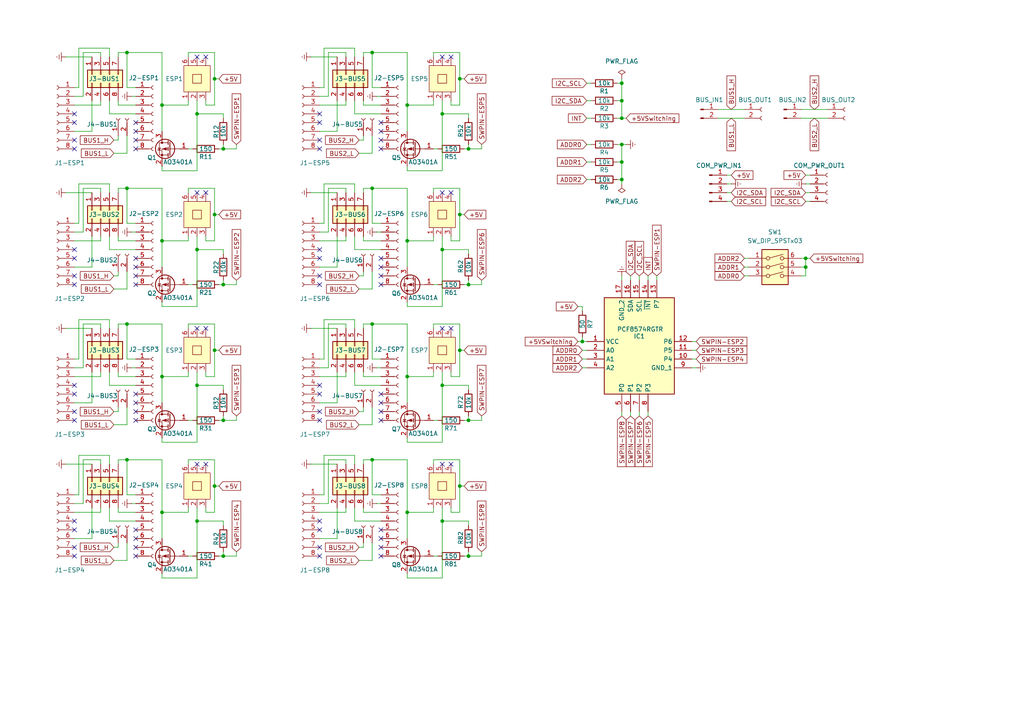
<source format=kicad_sch>
(kicad_sch (version 20250114) (generator "eeschema") (generator_version "9.0")
  (paper "A4")
  (title_block (title "COMChallenge BaseBoard") (date "2026-01-17") (rev "v1.1") (company "RaphWeb"))
  (bus_alias "" (members))
  (junction (at 128.27 33.02))
  (junction (at 118.11 109.22))
  (junction (at 128.27 111.76))
  (junction (at 133.35 140.97))
  (junction (at 107.95 15.24))
  (junction (at 107.95 93.98))
  (junction (at 107.95 54.61))
  (junction (at 46.99 30.48))
  (junction (at 46.99 69.85))
  (junction (at 57.15 72.39))
  (junction (at 133.35 22.86))
  (junction (at 135.89 82.55))
  (junction (at 135.89 161.29))
  (junction (at 180.34 34.29))
  (junction (at 62.23 62.23))
  (junction (at 135.89 43.18))
  (junction (at 64.77 161.29))
  (junction (at 233.68 77.47))
  (junction (at 64.77 121.92))
  (junction (at 62.23 140.97))
  (junction (at 62.23 22.86))
  (junction (at 133.35 101.6))
  (junction (at 180.34 24.13))
  (junction (at 180.34 41.91))
  (junction (at 133.35 62.23))
  (junction (at 36.83 15.24))
  (junction (at 107.95 133.35))
  (junction (at 180.34 52.07))
  (junction (at 118.11 30.48))
  (junction (at 57.15 151.13))
  (junction (at 233.68 74.93))
  (junction (at 168.91 99.06))
  (junction (at 180.34 46.99))
  (junction (at 128.27 72.39))
  (junction (at 64.77 43.18))
  (junction (at 118.11 69.85))
  (junction (at 118.11 148.59))
  (junction (at 36.83 93.98))
  (junction (at 46.99 109.22))
  (junction (at 46.99 148.59))
  (junction (at 180.34 29.21))
  (junction (at 62.23 101.6))
  (junction (at 36.83 54.61))
  (junction (at 36.83 133.35))
  (junction (at 57.15 111.76))
  (junction (at 135.89 121.92))
  (junction (at 64.77 82.55))
  (junction (at 57.15 33.02))
  (junction (at 128.27 151.13))
  (no_connect (at 39.37 43.18))
  (no_connect (at 21.59 33.02))
  (no_connect (at 57.15 95.25))
  (no_connect (at 110.49 74.93))
  (no_connect (at 59.69 16.51))
  (no_connect (at 39.37 161.29))
  (no_connect (at 128.27 95.25))
  (no_connect (at 21.59 119.38))
  (no_connect (at 39.37 38.1))
  (no_connect (at 92.71 74.93))
  (no_connect (at 39.37 40.64))
  (no_connect (at 92.71 121.92))
  (no_connect (at 92.71 82.55))
  (no_connect (at 21.59 151.13))
  (no_connect (at 110.49 43.18))
  (no_connect (at 21.59 43.18))
  (no_connect (at 59.69 134.62))
  (no_connect (at 110.49 82.55))
  (no_connect (at 39.37 153.67))
  (no_connect (at 110.49 114.3))
  (no_connect (at 92.71 161.29))
  (no_connect (at 128.27 55.88))
  (no_connect (at 57.15 55.88))
  (no_connect (at 21.59 35.56))
  (no_connect (at 92.71 40.64))
  (no_connect (at 21.59 114.3))
  (no_connect (at 92.71 151.13))
  (no_connect (at 128.27 134.62))
  (no_connect (at 92.71 72.39))
  (no_connect (at 110.49 40.64))
  (no_connect (at 128.27 16.51))
  (no_connect (at 92.71 80.01))
  (no_connect (at 57.15 16.51))
  (no_connect (at 21.59 74.93))
  (no_connect (at 21.59 40.64))
  (no_connect (at 21.59 72.39))
  (no_connect (at 92.71 33.02))
  (no_connect (at 110.49 158.75))
  (no_connect (at 92.71 158.75))
  (no_connect (at 39.37 156.21))
  (no_connect (at 92.71 43.18))
  (no_connect (at 39.37 35.56))
  (no_connect (at 110.49 77.47))
  (no_connect (at 92.71 114.3))
  (no_connect (at 39.37 116.84))
  (no_connect (at 21.59 121.92))
  (no_connect (at 92.71 119.38))
  (no_connect (at 21.59 82.55))
  (no_connect (at 59.69 95.25))
  (no_connect (at 39.37 119.38))
  (no_connect (at 110.49 38.1))
  (no_connect (at 21.59 161.29))
  (no_connect (at 110.49 153.67))
  (no_connect (at 130.81 134.62))
  (no_connect (at 110.49 35.56))
  (no_connect (at 110.49 80.01))
  (no_connect (at 110.49 121.92))
  (no_connect (at 39.37 82.55))
  (no_connect (at 21.59 111.76))
  (no_connect (at 39.37 77.47))
  (no_connect (at 130.81 95.25))
  (no_connect (at 110.49 116.84))
  (no_connect (at 110.49 119.38))
  (no_connect (at 39.37 121.92))
  (no_connect (at 21.59 80.01))
  (no_connect (at 110.49 161.29))
  (no_connect (at 21.59 158.75))
  (no_connect (at 39.37 158.75))
  (no_connect (at 21.59 153.67))
  (no_connect (at 39.37 80.01))
  (no_connect (at 59.69 55.88))
  (no_connect (at 92.71 153.67))
  (no_connect (at 39.37 74.93))
  (no_connect (at 130.81 55.88))
  (no_connect (at 130.81 16.51))
  (no_connect (at 92.71 111.76))
  (no_connect (at 57.15 134.62))
  (no_connect (at 110.49 156.21))
  (no_connect (at 92.71 35.56))
  (no_connect (at 39.37 114.3))
  (wire (pts (xy 36.83 123.19) (xy 36.83 118.11)))
  (wire (pts (xy 95.25 133.35) (xy 100.33 133.35)))
  (wire (pts (xy 118.11 109.22) (xy 118.11 116.84)))
  (wire (pts (xy 102.87 29.21) (xy 102.87 33.02)))
  (wire (pts (xy 170.18 52.07) (xy 171.45 52.07)))
  (wire (pts (xy 168.91 88.9) (xy 168.91 90.17)))
  (wire (pts (xy 29.21 134.62) (xy 29.21 133.35)))
  (wire (pts (xy 182.88 119.38) (xy 182.88 120.65)))
  (wire (pts (xy 38.1 67.31) (xy 39.37 67.31)))
  (wire (pts (xy 22.86 132.08) (xy 22.86 143.51)))
  (wire (pts (xy 118.11 15.24) (xy 118.11 30.48)))
  (wire (pts (xy 110.49 25.4) (xy 107.95 25.4)))
  (wire (pts (xy 95.25 106.68) (xy 95.25 93.98)))
  (wire (pts (xy 109.22 106.68) (xy 110.49 106.68)))
  (wire (pts (xy 135.89 152.4) (xy 135.89 151.13)))
  (wire (pts (xy 105.41 133.35) (xy 105.41 134.62)))
  (wire (pts (xy 93.98 143.51) (xy 93.98 132.08)))
  (wire (pts (xy 63.5 43.18) (xy 64.77 43.18)))
  (wire (pts (xy 92.71 148.59) (xy 100.33 148.59)))
  (wire (pts (xy 233.68 74.93) (xy 234.95 74.93)))
  (wire (pts (xy 39.37 104.14) (xy 36.83 104.14)))
  (wire (pts (xy 135.89 43.18) (xy 139.7 43.18)))
  (wire (pts (xy 100.33 93.98) (xy 100.33 95.25)))
  (wire (pts (xy 133.35 93.98) (xy 133.35 101.6)))
  (wire (pts (xy 215.9 74.93) (xy 217.17 74.93)))
  (wire (pts (xy 179.07 34.29) (xy 180.34 34.29)))
  (wire (pts (xy 109.22 146.05) (xy 110.49 146.05)))
  (wire (pts (xy 93.98 64.77) (xy 93.98 53.34)))
  (wire (pts (xy 34.29 68.58) (xy 34.29 69.85)))
  (wire (pts (xy 29.21 93.98) (xy 24.13 93.98)))
  (wire (pts (xy 135.89 82.55) (xy 139.7 82.55)))
  (wire (pts (xy 102.87 147.32) (xy 102.87 151.13)))
  (wire (pts (xy 34.29 54.61) (xy 36.83 54.61)))
  (wire (pts (xy 34.29 93.98) (xy 36.83 93.98)))
  (wire (pts (xy 64.77 120.65) (xy 64.77 121.92)))
  (wire (pts (xy 118.11 148.59) (xy 125.73 148.59)))
  (wire (pts (xy 180.34 24.13) (xy 180.34 29.21)))
  (wire (pts (xy 54.61 55.88) (xy 54.61 54.61)))
  (wire (pts (xy 34.29 40.64) (xy 34.29 39.37)))
  (wire (pts (xy 33.02 80.01) (xy 34.29 80.01)))
  (wire (pts (xy 33.02 83.82) (xy 36.83 83.82)))
  (wire (pts (xy 59.69 69.85) (xy 59.69 68.58)))
  (wire (pts (xy 118.11 30.48) (xy 118.11 38.1)))
  (wire (pts (xy 31.75 16.51) (xy 31.75 13.97)))
  (wire (pts (xy 125.73 134.62) (xy 125.73 133.35)))
  (wire (pts (xy 105.41 54.61) (xy 105.41 55.88)))
  (wire (pts (xy 105.41 69.85) (xy 110.49 69.85)))
  (wire (pts (xy 46.99 128.27) (xy 57.15 128.27)))
  (wire (pts (xy 46.99 148.59) (xy 46.99 156.21)))
  (wire (pts (xy 179.07 52.07) (xy 180.34 52.07)))
  (wire (pts (xy 64.77 81.28) (xy 64.77 82.55)))
  (wire (pts (xy 190.5 80.01) (xy 190.5 81.28)))
  (wire (pts (xy 105.41 107.95) (xy 105.41 109.22)))
  (wire (pts (xy 54.61 68.58) (xy 54.61 69.85)))
  (wire (pts (xy 29.21 55.88) (xy 29.21 54.61)))
  (wire (pts (xy 170.18 29.21) (xy 171.45 29.21)))
  (wire (pts (xy 38.1 27.94) (xy 39.37 27.94)))
  (wire (pts (xy 36.83 143.51) (xy 36.83 133.35)))
  (wire (pts (xy 46.99 30.48) (xy 54.61 30.48)))
  (wire (pts (xy 24.13 93.98) (xy 24.13 106.68)))
  (wire (pts (xy 107.95 123.19) (xy 104.14 123.19)))
  (wire (pts (xy 182.88 80.01) (xy 182.88 81.28)))
  (wire (pts (xy 26.67 116.84) (xy 26.67 107.95)))
  (wire (pts (xy 21.59 146.05) (xy 24.13 146.05)))
  (wire (pts (xy 185.42 80.01) (xy 185.42 81.28)))
  (wire (pts (xy 46.99 49.53) (xy 57.15 49.53)))
  (wire (pts (xy 46.99 15.24) (xy 46.99 30.48)))
  (wire (pts (xy 64.77 82.55) (xy 68.58 82.55)))
  (wire (pts (xy 31.75 55.88) (xy 31.75 53.34)))
  (wire (pts (xy 125.73 133.35) (xy 133.35 133.35)))
  (wire (pts (xy 34.29 133.35) (xy 34.29 134.62)))
  (wire (pts (xy 109.22 67.31) (xy 110.49 67.31)))
  (wire (pts (xy 92.71 77.47) (xy 97.79 77.47)))
  (wire (pts (xy 100.33 147.32) (xy 100.33 148.59)))
  (wire (pts (xy 34.29 15.24) (xy 34.29 16.51)))
  (wire (pts (xy 179.07 46.99) (xy 180.34 46.99)))
  (wire (pts (xy 102.87 13.97) (xy 102.87 16.51)))
  (wire (pts (xy 168.91 101.6) (xy 170.18 101.6)))
  (wire (pts (xy 180.34 22.86) (xy 180.34 24.13)))
  (wire (pts (xy 100.33 15.24) (xy 100.33 16.51)))
  (wire (pts (xy 57.15 33.02) (xy 64.77 33.02)))
  (wire (pts (xy 62.23 140.97) (xy 63.5 140.97)))
  (wire (pts (xy 68.58 43.18) (xy 64.77 43.18)))
  (wire (pts (xy 97.79 38.1) (xy 97.79 29.21)))
  (wire (pts (xy 22.86 92.71) (xy 22.86 104.14)))
  (wire (pts (xy 57.15 107.95) (xy 57.15 111.76)))
  (wire (pts (xy 26.67 77.47) (xy 26.67 68.58)))
  (wire (pts (xy 57.15 68.58) (xy 57.15 72.39)))
  (wire (pts (xy 93.98 53.34) (xy 102.87 53.34)))
  (wire (pts (xy 95.25 27.94) (xy 95.25 15.24)))
  (wire (pts (xy 21.59 69.85) (xy 29.21 69.85)))
  (wire (pts (xy 36.83 25.4) (xy 36.83 15.24)))
  (wire (pts (xy 22.86 13.97) (xy 22.86 25.4)))
  (wire (pts (xy 97.79 77.47) (xy 97.79 68.58)))
  (wire (pts (xy 64.77 161.29) (xy 68.58 161.29)))
  (wire (pts (xy 33.02 44.45) (xy 36.83 44.45)))
  (wire (pts (xy 34.29 107.95) (xy 34.29 109.22)))
  (wire (pts (xy 59.69 148.59) (xy 59.69 147.32)))
  (wire (pts (xy 54.61 43.18) (xy 55.88 43.18)))
  (wire (pts (xy 133.35 133.35) (xy 133.35 140.97)))
  (wire (pts (xy 105.41 80.01) (xy 104.14 80.01)))
  (wire (pts (xy 46.99 133.35) (xy 46.99 148.59)))
  (wire (pts (xy 59.69 109.22) (xy 59.69 107.95)))
  (wire (pts (xy 102.87 33.02) (xy 110.49 33.02)))
  (wire (pts (xy 105.41 40.64) (xy 104.14 40.64)))
  (wire (pts (xy 128.27 29.21) (xy 128.27 33.02)))
  (wire (pts (xy 64.77 72.39) (xy 57.15 72.39)))
  (wire (pts (xy 62.23 62.23) (xy 62.23 69.85)))
  (wire (pts (xy 102.87 53.34) (xy 102.87 55.88)))
  (wire (pts (xy 31.75 111.76) (xy 39.37 111.76)))
  (wire (pts (xy 54.61 16.51) (xy 54.61 15.24)))
  (wire (pts (xy 64.77 151.13) (xy 57.15 151.13)))
  (wire (pts (xy 102.87 151.13) (xy 110.49 151.13)))
  (wire (pts (xy 92.71 64.77) (xy 93.98 64.77)))
  (wire (pts (xy 118.11 49.53) (xy 128.27 49.53)))
  (wire (pts (xy 95.25 67.31) (xy 95.25 54.61)))
  (wire (pts (xy 46.99 109.22) (xy 46.99 116.84)))
  (wire (pts (xy 110.49 64.77) (xy 107.95 64.77)))
  (wire (pts (xy 134.62 43.18) (xy 135.89 43.18)))
  (wire (pts (xy 38.1 146.05) (xy 39.37 146.05)))
  (wire (pts (xy 63.5 82.55) (xy 64.77 82.55)))
  (wire (pts (xy 135.89 161.29) (xy 139.7 161.29)))
  (wire (pts (xy 36.83 64.77) (xy 36.83 54.61)))
  (wire (pts (xy 29.21 69.85) (xy 29.21 68.58)))
  (wire (pts (xy 105.41 147.32) (xy 105.41 148.59)))
  (wire (pts (xy 59.69 69.85) (xy 62.23 69.85)))
  (wire (pts (xy 46.99 88.9) (xy 57.15 88.9)))
  (wire (pts (xy 105.41 157.48) (xy 105.41 158.75)))
  (wire (pts (xy 118.11 54.61) (xy 107.95 54.61)))
  (wire (pts (xy 34.29 158.75) (xy 34.29 157.48)))
  (wire (pts (xy 92.71 156.21) (xy 97.79 156.21)))
  (wire (pts (xy 107.95 157.48) (xy 107.95 162.56)))
  (wire (pts (xy 90.17 95.25) (xy 97.79 95.25)))
  (wire (pts (xy 118.11 88.9) (xy 118.11 87.63)))
  (wire (pts (xy 90.17 134.62) (xy 97.79 134.62)))
  (wire (pts (xy 135.89 72.39) (xy 128.27 72.39)))
  (wire (pts (xy 36.83 104.14) (xy 36.83 93.98)))
  (wire (pts (xy 107.95 83.82) (xy 104.14 83.82)))
  (wire (pts (xy 180.34 34.29) (xy 180.34 29.21)))
  (wire (pts (xy 107.95 39.37) (xy 107.95 44.45)))
  (wire (pts (xy 92.71 146.05) (xy 95.25 146.05)))
  (wire (pts (xy 54.61 82.55) (xy 55.88 82.55)))
  (wire (pts (xy 105.41 15.24) (xy 105.41 16.51)))
  (wire (pts (xy 170.18 34.29) (xy 171.45 34.29)))
  (wire (pts (xy 31.75 151.13) (xy 39.37 151.13)))
  (wire (pts (xy 34.29 133.35) (xy 36.83 133.35)))
  (wire (pts (xy 134.62 82.55) (xy 135.89 82.55)))
  (wire (pts (xy 54.61 107.95) (xy 54.61 109.22)))
  (wire (pts (xy 31.75 92.71) (xy 22.86 92.71)))
  (wire (pts (xy 125.73 54.61) (xy 133.35 54.61)))
  (wire (pts (xy 57.15 111.76) (xy 64.77 111.76)))
  (wire (pts (xy 125.73 43.18) (xy 127 43.18)))
  (wire (pts (xy 118.11 49.53) (xy 118.11 48.26)))
  (wire (pts (xy 31.75 68.58) (xy 31.75 72.39)))
  (wire (pts (xy 107.95 118.11) (xy 107.95 123.19)))
  (wire (pts (xy 118.11 93.98) (xy 118.11 109.22)))
  (wire (pts (xy 187.96 80.01) (xy 187.96 81.28)))
  (wire (pts (xy 34.29 119.38) (xy 34.29 118.11)))
  (wire (pts (xy 46.99 69.85) (xy 46.99 77.47)))
  (wire (pts (xy 64.77 73.66) (xy 64.77 72.39)))
  (wire (pts (xy 118.11 128.27) (xy 118.11 127)))
  (wire (pts (xy 107.95 93.98) (xy 105.41 93.98)))
  (wire (pts (xy 139.7 121.92) (xy 139.7 120.65)))
  (wire (pts (xy 62.23 140.97) (xy 62.23 148.59)))
  (wire (pts (xy 118.11 69.85) (xy 125.73 69.85)))
  (wire (pts (xy 46.99 148.59) (xy 54.61 148.59)))
  (wire (pts (xy 62.23 22.86) (xy 63.5 22.86)))
  (wire (pts (xy 34.29 29.21) (xy 34.29 30.48)))
  (wire (pts (xy 135.89 81.28) (xy 135.89 82.55)))
  (wire (pts (xy 21.59 156.21) (xy 26.67 156.21)))
  (wire (pts (xy 125.73 55.88) (xy 125.73 54.61)))
  (wire (pts (xy 46.99 69.85) (xy 54.61 69.85)))
  (wire (pts (xy 215.9 80.01) (xy 217.17 80.01)))
  (wire (pts (xy 118.11 54.61) (xy 118.11 69.85)))
  (wire (pts (xy 187.96 119.38) (xy 187.96 120.65)))
  (wire (pts (xy 21.59 64.77) (xy 22.86 64.77)))
  (wire (pts (xy 210.82 50.8) (xy 212.09 50.8)))
  (wire (pts (xy 128.27 68.58) (xy 128.27 72.39)))
  (wire (pts (xy 46.99 167.64) (xy 57.15 167.64)))
  (wire (pts (xy 93.98 104.14) (xy 93.98 92.71)))
  (wire (pts (xy 54.61 15.24) (xy 62.23 15.24)))
  (wire (pts (xy 107.95 104.14) (xy 107.95 93.98)))
  (wire (pts (xy 232.41 74.93) (xy 233.68 74.93)))
  (wire (pts (xy 34.29 93.98) (xy 34.29 95.25)))
  (wire (pts (xy 105.41 68.58) (xy 105.41 69.85)))
  (wire (pts (xy 92.71 38.1) (xy 97.79 38.1)))
  (wire (pts (xy 105.41 148.59) (xy 110.49 148.59)))
  (wire (pts (xy 107.95 44.45) (xy 104.14 44.45)))
  (wire (pts (xy 34.29 69.85) (xy 39.37 69.85)))
  (wire (pts (xy 125.73 121.92) (xy 127 121.92)))
  (wire (pts (xy 128.27 151.13) (xy 128.27 167.64)))
  (wire (pts (xy 36.83 162.56) (xy 36.83 157.48)))
  (wire (pts (xy 34.29 15.24) (xy 36.83 15.24)))
  (wire (pts (xy 29.21 133.35) (xy 24.13 133.35)))
  (wire (pts (xy 59.69 30.48) (xy 59.69 29.21)))
  (wire (pts (xy 232.41 80.01) (xy 233.68 80.01)))
  (wire (pts (xy 24.13 15.24) (xy 24.13 27.94)))
  (wire (pts (xy 100.33 54.61) (xy 100.33 55.88)))
  (wire (pts (xy 168.91 97.79) (xy 168.91 99.06)))
  (wire (pts (xy 100.33 29.21) (xy 100.33 30.48)))
  (wire (pts (xy 128.27 111.76) (xy 128.27 128.27)))
  (wire (pts (xy 21.59 148.59) (xy 29.21 148.59)))
  (wire (pts (xy 68.58 82.55) (xy 68.58 81.28)))
  (wire (pts (xy 59.69 30.48) (xy 62.23 30.48)))
  (wire (pts (xy 125.73 29.21) (xy 125.73 30.48)))
  (wire (pts (xy 21.59 38.1) (xy 26.67 38.1)))
  (wire (pts (xy 200.66 99.06) (xy 201.93 99.06)))
  (wire (pts (xy 46.99 54.61) (xy 46.99 69.85)))
  (wire (pts (xy 118.11 15.24) (xy 107.95 15.24)))
  (wire (pts (xy 102.87 132.08) (xy 102.87 134.62)))
  (wire (pts (xy 125.73 16.51) (xy 125.73 15.24)))
  (wire (pts (xy 95.25 146.05) (xy 95.25 133.35)))
  (wire (pts (xy 31.75 132.08) (xy 22.86 132.08)))
  (wire (pts (xy 68.58 41.91) (xy 68.58 43.18)))
  (wire (pts (xy 168.91 106.68) (xy 170.18 106.68)))
  (wire (pts (xy 233.68 58.42) (xy 234.95 58.42)))
  (wire (pts (xy 68.58 160.02) (xy 68.58 161.29)))
  (wire (pts (xy 62.23 22.86) (xy 62.23 30.48)))
  (wire (pts (xy 107.95 133.35) (xy 105.41 133.35)))
  (wire (pts (xy 130.81 109.22) (xy 130.81 107.95)))
  (wire (pts (xy 210.82 55.88) (xy 212.09 55.88)))
  (wire (pts (xy 64.77 113.03) (xy 64.77 111.76)))
  (wire (pts (xy 125.73 68.58) (xy 125.73 69.85)))
  (wire (pts (xy 125.73 95.25) (xy 125.73 93.98)))
  (wire (pts (xy 57.15 111.76) (xy 57.15 128.27)))
  (wire (pts (xy 33.02 123.19) (xy 36.83 123.19)))
  (wire (pts (xy 36.83 44.45) (xy 36.83 39.37)))
  (wire (pts (xy 33.02 158.75) (xy 34.29 158.75)))
  (wire (pts (xy 31.75 33.02) (xy 39.37 33.02)))
  (wire (pts (xy 97.79 116.84) (xy 97.79 107.95)))
  (wire (pts (xy 133.35 109.22) (xy 130.81 109.22)))
  (wire (pts (xy 133.35 54.61) (xy 133.35 62.23)))
  (wire (pts (xy 95.25 54.61) (xy 100.33 54.61)))
  (wire (pts (xy 233.68 53.34) (xy 234.95 53.34)))
  (wire (pts (xy 105.41 118.11) (xy 105.41 119.38)))
  (wire (pts (xy 233.68 74.93) (xy 233.68 77.47)))
  (wire (pts (xy 133.35 69.85) (xy 130.81 69.85)))
  (wire (pts (xy 21.59 116.84) (xy 26.67 116.84)))
  (wire (pts (xy 54.61 54.61) (xy 62.23 54.61)))
  (wire (pts (xy 102.87 92.71) (xy 102.87 95.25)))
  (wire (pts (xy 118.11 128.27) (xy 128.27 128.27)))
  (wire (pts (xy 21.59 109.22) (xy 29.21 109.22)))
  (wire (pts (xy 180.34 119.38) (xy 180.34 120.65)))
  (wire (pts (xy 26.67 156.21) (xy 26.67 147.32)))
  (wire (pts (xy 134.62 22.86) (xy 133.35 22.86)))
  (wire (pts (xy 63.5 161.29) (xy 64.77 161.29)))
  (wire (pts (xy 64.77 152.4) (xy 64.77 151.13)))
  (wire (pts (xy 59.69 109.22) (xy 62.23 109.22)))
  (wire (pts (xy 170.18 41.91) (xy 171.45 41.91)))
  (wire (pts (xy 34.29 147.32) (xy 34.29 148.59)))
  (wire (pts (xy 105.41 39.37) (xy 105.41 40.64)))
  (wire (pts (xy 128.27 72.39) (xy 128.27 88.9)))
  (wire (pts (xy 210.82 53.34) (xy 212.09 53.34)))
  (wire (pts (xy 46.99 15.24) (xy 36.83 15.24)))
  (wire (pts (xy 24.13 54.61) (xy 24.13 67.31)))
  (wire (pts (xy 168.91 99.06) (xy 170.18 99.06)))
  (wire (pts (xy 31.75 13.97) (xy 22.86 13.97)))
  (wire (pts (xy 38.1 106.68) (xy 39.37 106.68)))
  (wire (pts (xy 135.89 34.29) (xy 135.89 33.02)))
  (wire (pts (xy 54.61 134.62) (xy 54.61 133.35)))
  (wire (pts (xy 46.99 133.35) (xy 36.83 133.35)))
  (wire (pts (xy 105.41 109.22) (xy 110.49 109.22)))
  (wire (pts (xy 34.29 80.01) (xy 34.29 78.74)))
  (wire (pts (xy 105.41 119.38) (xy 104.14 119.38)))
  (wire (pts (xy 46.99 49.53) (xy 46.99 48.26)))
  (wire (pts (xy 118.11 69.85) (xy 118.11 77.47)))
  (wire (pts (xy 46.99 54.61) (xy 36.83 54.61)))
  (wire (pts (xy 97.79 156.21) (xy 97.79 147.32)))
  (wire (pts (xy 179.07 41.91) (xy 180.34 41.91)))
  (wire (pts (xy 92.71 69.85) (xy 100.33 69.85)))
  (wire (pts (xy 46.99 167.64) (xy 46.99 166.37)))
  (wire (pts (xy 29.21 54.61) (xy 24.13 54.61)))
  (wire (pts (xy 54.61 93.98) (xy 62.23 93.98)))
  (wire (pts (xy 180.34 80.01) (xy 180.34 81.28)))
  (wire (pts (xy 130.81 30.48) (xy 130.81 29.21)))
  (wire (pts (xy 180.34 52.07) (xy 180.34 53.34)))
  (wire (pts (xy 62.23 62.23) (xy 63.5 62.23)))
  (wire (pts (xy 180.34 41.91) (xy 180.34 46.99)))
  (wire (pts (xy 118.11 93.98) (xy 107.95 93.98)))
  (wire (pts (xy 110.49 104.14) (xy 107.95 104.14)))
  (wire (pts (xy 170.18 24.13) (xy 171.45 24.13)))
  (wire (pts (xy 21.59 27.94) (xy 24.13 27.94)))
  (wire (pts (xy 135.89 113.03) (xy 135.89 111.76)))
  (wire (pts (xy 19.05 16.51) (xy 26.67 16.51)))
  (wire (pts (xy 130.81 148.59) (xy 130.81 147.32)))
  (wire (pts (xy 95.25 15.24) (xy 100.33 15.24)))
  (wire (pts (xy 64.77 41.91) (xy 64.77 43.18)))
  (wire (pts (xy 133.35 22.86) (xy 133.35 30.48)))
  (wire (pts (xy 107.95 64.77) (xy 107.95 54.61)))
  (wire (pts (xy 62.23 133.35) (xy 62.23 140.97)))
  (wire (pts (xy 54.61 161.29) (xy 55.88 161.29)))
  (wire (pts (xy 125.73 82.55) (xy 127 82.55)))
  (wire (pts (xy 21.59 67.31) (xy 24.13 67.31)))
  (wire (pts (xy 105.41 29.21) (xy 105.41 30.48)))
  (wire (pts (xy 92.71 25.4) (xy 93.98 25.4)))
  (wire (pts (xy 31.75 147.32) (xy 31.75 151.13)))
  (wire (pts (xy 125.73 15.24) (xy 133.35 15.24)))
  (wire (pts (xy 133.35 62.23) (xy 133.35 69.85)))
  (wire (pts (xy 167.64 88.9) (xy 168.91 88.9)))
  (wire (pts (xy 21.59 25.4) (xy 22.86 25.4)))
  (wire (pts (xy 118.11 88.9) (xy 128.27 88.9)))
  (wire (pts (xy 134.62 62.23) (xy 133.35 62.23)))
  (wire (pts (xy 118.11 109.22) (xy 125.73 109.22)))
  (wire (pts (xy 21.59 30.48) (xy 29.21 30.48)))
  (wire (pts (xy 34.29 54.61) (xy 34.29 55.88)))
  (wire (pts (xy 22.86 53.34) (xy 22.86 64.77)))
  (wire (pts (xy 107.95 143.51) (xy 107.95 133.35)))
  (wire (pts (xy 62.23 93.98) (xy 62.23 101.6)))
  (wire (pts (xy 93.98 132.08) (xy 102.87 132.08)))
  (wire (pts (xy 215.9 77.47) (xy 217.17 77.47)))
  (wire (pts (xy 92.71 116.84) (xy 97.79 116.84)))
  (wire (pts (xy 93.98 25.4) (xy 93.98 13.97)))
  (wire (pts (xy 34.29 109.22) (xy 39.37 109.22)))
  (wire (pts (xy 21.59 106.68) (xy 24.13 106.68)))
  (wire (pts (xy 105.41 158.75) (xy 104.14 158.75)))
  (wire (pts (xy 128.27 33.02) (xy 128.27 49.53)))
  (wire (pts (xy 64.77 33.02) (xy 64.77 34.29)))
  (wire (pts (xy 200.66 104.14) (xy 201.93 104.14)))
  (wire (pts (xy 62.23 54.61) (xy 62.23 62.23)))
  (wire (pts (xy 135.89 160.02) (xy 135.89 161.29)))
  (wire (pts (xy 19.05 55.88) (xy 26.67 55.88)))
  (wire (pts (xy 54.61 29.21) (xy 54.61 30.48)))
  (wire (pts (xy 92.71 30.48) (xy 100.33 30.48)))
  (wire (pts (xy 102.87 68.58) (xy 102.87 72.39)))
  (wire (pts (xy 33.02 162.56) (xy 36.83 162.56)))
  (wire (pts (xy 180.34 41.91) (xy 181.61 41.91)))
  (wire (pts (xy 90.17 55.88) (xy 97.79 55.88)))
  (wire (pts (xy 62.23 101.6) (xy 63.5 101.6)))
  (wire (pts (xy 233.68 80.01) (xy 233.68 77.47)))
  (wire (pts (xy 134.62 140.97) (xy 133.35 140.97)))
  (wire (pts (xy 125.73 107.95) (xy 125.73 109.22)))
  (wire (pts (xy 46.99 88.9) (xy 46.99 87.63)))
  (wire (pts (xy 125.73 147.32) (xy 125.73 148.59)))
  (wire (pts (xy 102.87 72.39) (xy 110.49 72.39)))
  (wire (pts (xy 19.05 134.62) (xy 26.67 134.62)))
  (wire (pts (xy 125.73 161.29) (xy 127 161.29)))
  (wire (pts (xy 59.69 148.59) (xy 62.23 148.59)))
  (wire (pts (xy 21.59 104.14) (xy 22.86 104.14)))
  (wire (pts (xy 125.73 93.98) (xy 133.35 93.98)))
  (wire (pts (xy 29.21 148.59) (xy 29.21 147.32)))
  (wire (pts (xy 62.23 101.6) (xy 62.23 109.22)))
  (wire (pts (xy 57.15 29.21) (xy 57.15 33.02)))
  (wire (pts (xy 29.21 109.22) (xy 29.21 107.95)))
  (wire (pts (xy 130.81 69.85) (xy 130.81 68.58)))
  (wire (pts (xy 64.77 160.02) (xy 64.77 161.29)))
  (wire (pts (xy 92.71 106.68) (xy 95.25 106.68)))
  (wire (pts (xy 24.13 133.35) (xy 24.13 146.05)))
  (wire (pts (xy 133.35 140.97) (xy 133.35 148.59)))
  (wire (pts (xy 233.68 50.8) (xy 234.95 50.8)))
  (wire (pts (xy 19.05 95.25) (xy 26.67 95.25)))
  (wire (pts (xy 135.89 41.91) (xy 135.89 43.18)))
  (wire (pts (xy 118.11 30.48) (xy 125.73 30.48)))
  (wire (pts (xy 179.07 24.13) (xy 180.34 24.13)))
  (wire (pts (xy 68.58 120.65) (xy 68.58 121.92)))
  (wire (pts (xy 54.61 147.32) (xy 54.61 148.59)))
  (wire (pts (xy 31.75 95.25) (xy 31.75 92.71)))
  (wire (pts (xy 57.15 72.39) (xy 57.15 88.9)))
  (wire (pts (xy 21.59 77.47) (xy 26.67 77.47)))
  (wire (pts (xy 31.75 107.95) (xy 31.75 111.76)))
  (wire (pts (xy 167.64 99.06) (xy 168.91 99.06)))
  (wire (pts (xy 208.28 31.75) (xy 215.9 31.75)))
  (wire (pts (xy 109.22 27.94) (xy 110.49 27.94)))
  (wire (pts (xy 139.7 82.55) (xy 139.7 81.28)))
  (wire (pts (xy 29.21 30.48) (xy 29.21 29.21)))
  (wire (pts (xy 133.35 101.6) (xy 133.35 109.22)))
  (wire (pts (xy 46.99 109.22) (xy 54.61 109.22)))
  (wire (pts (xy 107.95 78.74) (xy 107.95 83.82)))
  (wire (pts (xy 135.89 121.92) (xy 139.7 121.92)))
  (wire (pts (xy 100.33 133.35) (xy 100.33 134.62)))
  (wire (pts (xy 200.66 106.68) (xy 201.93 106.68)))
  (wire (pts (xy 170.18 46.99) (xy 171.45 46.99)))
  (wire (pts (xy 46.99 93.98) (xy 36.83 93.98)))
  (wire (pts (xy 118.11 148.59) (xy 118.11 156.21)))
  (wire (pts (xy 128.27 107.95) (xy 128.27 111.76)))
  (wire (pts (xy 46.99 93.98) (xy 46.99 109.22)))
  (wire (pts (xy 105.41 30.48) (xy 110.49 30.48)))
  (wire (pts (xy 31.75 72.39) (xy 39.37 72.39)))
  (wire (pts (xy 105.41 93.98) (xy 105.41 95.25)))
  (wire (pts (xy 135.89 33.02) (xy 128.27 33.02)))
  (wire (pts (xy 39.37 143.51) (xy 36.83 143.51)))
  (wire (pts (xy 200.66 101.6) (xy 201.93 101.6)))
  (wire (pts (xy 134.62 161.29) (xy 135.89 161.29)))
  (wire (pts (xy 31.75 53.34) (xy 22.86 53.34)))
  (wire (pts (xy 92.71 143.51) (xy 93.98 143.51)))
  (wire (pts (xy 210.82 58.42) (xy 212.09 58.42)))
  (wire (pts (xy 57.15 33.02) (xy 57.15 49.53)))
  (wire (pts (xy 26.67 38.1) (xy 26.67 29.21)))
  (wire (pts (xy 92.71 109.22) (xy 100.33 109.22)))
  (wire (pts (xy 100.33 68.58) (xy 100.33 69.85)))
  (wire (pts (xy 31.75 29.21) (xy 31.75 33.02)))
  (wire (pts (xy 118.11 133.35) (xy 118.11 148.59)))
  (wire (pts (xy 100.33 107.95) (xy 100.33 109.22)))
  (wire (pts (xy 34.29 148.59) (xy 39.37 148.59)))
  (wire (pts (xy 107.95 25.4) (xy 107.95 15.24)))
  (wire (pts (xy 128.27 147.32) (xy 128.27 151.13)))
  (wire (pts (xy 93.98 92.71) (xy 102.87 92.71)))
  (wire (pts (xy 68.58 121.92) (xy 64.77 121.92)))
  (wire (pts (xy 180.34 34.29) (xy 181.61 34.29)))
  (wire (pts (xy 139.7 161.29) (xy 139.7 160.02)))
  (wire (pts (xy 135.89 151.13) (xy 128.27 151.13)))
  (wire (pts (xy 133.35 15.24) (xy 133.35 22.86)))
  (wire (pts (xy 107.95 54.61) (xy 105.41 54.61)))
  (wire (pts (xy 208.28 34.29) (xy 215.9 34.29)))
  (wire (pts (xy 39.37 25.4) (xy 36.83 25.4)))
  (wire (pts (xy 118.11 167.64) (xy 128.27 167.64)))
  (wire (pts (xy 64.77 121.92) (xy 63.5 121.92)))
  (wire (pts (xy 134.62 121.92) (xy 135.89 121.92)))
  (wire (pts (xy 33.02 40.64) (xy 34.29 40.64)))
  (wire (pts (xy 102.87 111.76) (xy 110.49 111.76)))
  (wire (pts (xy 110.49 143.51) (xy 107.95 143.51)))
  (wire (pts (xy 179.07 29.21) (xy 180.34 29.21)))
  (wire (pts (xy 95.25 93.98) (xy 100.33 93.98)))
  (wire (pts (xy 46.99 128.27) (xy 46.99 127)))
  (wire (pts (xy 90.17 16.51) (xy 97.79 16.51)))
  (wire (pts (xy 135.89 73.66) (xy 135.89 72.39)))
  (wire (pts (xy 57.15 151.13) (xy 57.15 167.64)))
  (wire (pts (xy 107.95 15.24) (xy 105.41 15.24)))
  (wire (pts (xy 92.71 27.94) (xy 95.25 27.94)))
  (wire (pts (xy 135.89 120.65) (xy 135.89 121.92)))
  (wire (pts (xy 134.62 101.6) (xy 133.35 101.6)))
  (wire (pts (xy 36.83 83.82) (xy 36.83 78.74)))
  (wire (pts (xy 54.61 133.35) (xy 62.23 133.35)))
  (wire (pts (xy 232.41 34.29) (xy 240.03 34.29)))
  (wire (pts (xy 185.42 119.38) (xy 185.42 120.65)))
  (wire (pts (xy 232.41 31.75) (xy 240.03 31.75)))
  (wire (pts (xy 118.11 167.64) (xy 118.11 166.37)))
  (wire (pts (xy 62.23 15.24) (xy 62.23 22.86)))
  (wire (pts (xy 168.91 104.14) (xy 170.18 104.14)))
  (wire (pts (xy 105.41 78.74) (xy 105.41 80.01)))
  (wire (pts (xy 29.21 95.25) (xy 29.21 93.98)))
  (wire (pts (xy 233.68 55.88) (xy 234.95 55.88)))
  (wire (pts (xy 92.71 104.14) (xy 93.98 104.14)))
  (wire (pts (xy 102.87 107.95) (xy 102.87 111.76)))
  (wire (pts (xy 93.98 13.97) (xy 102.87 13.97)))
  (wire (pts (xy 21.59 143.51) (xy 22.86 143.51)))
  (wire (pts (xy 180.34 46.99) (xy 180.34 52.07)))
  (wire (pts (xy 33.02 119.38) (xy 34.29 119.38)))
  (wire (pts (xy 92.71 67.31) (xy 95.25 67.31)))
  (wire (pts (xy 135.89 111.76) (xy 128.27 111.76)))
  (wire (pts (xy 31.75 134.62) (xy 31.75 132.08)))
  (wire (pts (xy 34.29 30.48) (xy 39.37 30.48)))
  (wire (pts (xy 133.35 30.48) (xy 130.81 30.48)))
  (wire (pts (xy 39.37 64.77) (xy 36.83 64.77)))
  (wire (pts (xy 29.21 16.51) (xy 29.21 15.24)))
  (wire (pts (xy 29.21 15.24) (xy 24.13 15.24)))
  (wire (pts (xy 139.7 43.18) (xy 139.7 41.91)))
  (wire (pts (xy 46.99 30.48) (xy 46.99 38.1)))
  (wire (pts (xy 118.11 133.35) (xy 107.95 133.35)))
  (wire (pts (xy 57.15 147.32) (xy 57.15 151.13)))
  (wire (pts (xy 232.41 77.47) (xy 233.68 77.47)))
  (wire (pts (xy 133.35 148.59) (xy 130.81 148.59)))
  (wire (pts (xy 107.95 162.56) (xy 104.14 162.56)))
  (wire (pts (xy 54.61 95.25) (xy 54.61 93.98)))
  (wire (pts (xy 54.61 121.92) (xy 55.88 121.92)))
  (global_label "BUS1_H" (shape input) (at 33.02 119.38 180) (property "Intersheetrefs" "${INTERSHEET_REFS}" (effects (hide yes))))
  (global_label "SWPIN-ESP3" (shape input) (at 68.58 120.65 90) (property "Intersheetrefs" "${INTERSHEET_REFS}" (effects (hide yes))))
  (global_label "BUS2_L" (shape input) (at 104.14 162.56 180) (property "Intersheetrefs" "${INTERSHEET_REFS}" (effects (hide yes))))
  (global_label "ADDR2" (shape input) (at 215.9 74.93 180) (property "Intersheetrefs" "${INTERSHEET_REFS}" (effects (hide yes))))
  (global_label "I2C_SDA" (shape input) (at 212.09 55.88 0) (property "Intersheetrefs" "${INTERSHEET_REFS}" (effects (hide yes))))
  (global_label "BUS1_H" (shape input) (at 33.02 158.75 180) (property "Intersheetrefs" "${INTERSHEET_REFS}" (effects (hide yes))))
  (global_label "ADDR2" (shape input) (at 170.18 52.07 180) (property "Intersheetrefs" "${INTERSHEET_REFS}" (effects (hide yes))))
  (global_label "+5V" (shape input) (at 134.62 22.86 0) (property "Intersheetrefs" "${INTERSHEET_REFS}" (effects (hide yes))))
  (global_label "+5V" (shape input) (at 63.5 22.86 0) (property "Intersheetrefs" "${INTERSHEET_REFS}" (effects (hide yes))))
  (global_label "SWPIN-ESP4" (shape input) (at 68.58 160.02 90) (property "Intersheetrefs" "${INTERSHEET_REFS}" (effects (hide yes))))
  (global_label "BUS2_L" (shape input) (at 104.14 123.19 180) (property "Intersheetrefs" "${INTERSHEET_REFS}" (effects (hide yes))))
  (global_label "ADDR1" (shape input) (at 170.18 46.99 180) (property "Intersheetrefs" "${INTERSHEET_REFS}" (effects (hide yes))))
  (global_label "SWPIN-ESP8" (shape input) (at 180.34 120.65 270) (property "Intersheetrefs" "${INTERSHEET_REFS}" (effects (hide yes))))
  (global_label "SWPIN-ESP7" (shape input) (at 182.88 120.65 270) (property "Intersheetrefs" "${INTERSHEET_REFS}" (effects (hide yes))))
  (global_label "ADDR0" (shape input) (at 215.9 80.01 180) (property "Intersheetrefs" "${INTERSHEET_REFS}" (effects (hide yes))))
  (global_label "+5V" (shape input) (at 63.5 101.6 0) (property "Intersheetrefs" "${INTERSHEET_REFS}" (effects (hide yes))))
  (global_label "BUS1_L" (shape input) (at 33.02 83.82 180) (property "Intersheetrefs" "${INTERSHEET_REFS}" (effects (hide yes))))
  (global_label "SWPIN-ESP1" (shape input) (at 68.58 41.91 90) (property "Intersheetrefs" "${INTERSHEET_REFS}" (effects (hide yes))))
  (global_label "I2C_SDA" (shape input) (at 182.88 80.01 90) (property "Intersheetrefs" "${INTERSHEET_REFS}" (effects (hide yes))))
  (global_label "SWPIN-ESP4" (shape input) (at 201.93 104.14 0) (property "Intersheetrefs" "${INTERSHEET_REFS}" (effects (hide yes))))
  (global_label "BUS1_L" (shape input) (at 33.02 44.45 180) (property "Intersheetrefs" "${INTERSHEET_REFS}" (effects (hide yes))))
  (global_label "BUS1_H" (shape input) (at 33.02 80.01 180) (property "Intersheetrefs" "${INTERSHEET_REFS}" (effects (hide yes))))
  (global_label "BUS1_L" (shape input) (at 33.02 123.19 180) (property "Intersheetrefs" "${INTERSHEET_REFS}" (effects (hide yes))))
  (global_label "SWPIN-ESP1" (shape input) (at 190.5 80.01 90) (property "Intersheetrefs" "${INTERSHEET_REFS}" (effects (hide yes))))
  (global_label "ADDR0" (shape input) (at 170.18 41.91 180) (property "Intersheetrefs" "${INTERSHEET_REFS}" (effects (hide yes))))
  (global_label "+5V" (shape input) (at 63.5 140.97 0) (property "Intersheetrefs" "${INTERSHEET_REFS}" (effects (hide yes))))
  (global_label "I2C_SCL" (shape input) (at 212.09 58.42 0) (property "Intersheetrefs" "${INTERSHEET_REFS}" (effects (hide yes))))
  (global_label "SWPIN-ESP5" (shape input) (at 139.7 41.91 90) (property "Intersheetrefs" "${INTERSHEET_REFS}" (effects (hide yes))))
  (global_label "INT" (shape input) (at 170.18 34.29 180) (property "Intersheetrefs" "${INTERSHEET_REFS}" (effects (hide yes))))
  (global_label "BUS2_H" (shape input) (at 236.22 31.75 90) (property "Intersheetrefs" "${INTERSHEET_REFS}" (effects (hide yes))))
  (global_label "+5V" (shape input) (at 167.64 88.9 180) (property "Intersheetrefs" "${INTERSHEET_REFS}" (effects (hide yes))))
  (global_label "BUS2_H" (shape input) (at 104.14 158.75 180) (property "Intersheetrefs" "${INTERSHEET_REFS}" (effects (hide yes))))
  (global_label "+5VSwitching" (shape input) (at 181.61 34.29 0) (property "Intersheetrefs" "${INTERSHEET_REFS}" (effects (hide yes))))
  (global_label "+5V" (shape input) (at 233.68 50.8 180) (property "Intersheetrefs" "${INTERSHEET_REFS}" (effects (hide yes))))
  (global_label "INT" (shape input) (at 187.96 80.01 90) (property "Intersheetrefs" "${INTERSHEET_REFS}" (effects (hide yes))))
  (global_label "SWPIN-ESP6" (shape input) (at 139.7 81.28 90) (property "Intersheetrefs" "${INTERSHEET_REFS}" (effects (hide yes))))
  (global_label "ADDR2" (shape input) (at 168.91 106.68 180) (property "Intersheetrefs" "${INTERSHEET_REFS}" (effects (hide yes))))
  (global_label "+5VSwitching" (shape input) (at 234.95 74.93 0) (property "Intersheetrefs" "${INTERSHEET_REFS}" (effects (hide yes))))
  (global_label "+5V" (shape input) (at 63.5 62.23 0) (property "Intersheetrefs" "${INTERSHEET_REFS}" (effects (hide yes))))
  (global_label "SWPIN-ESP6" (shape input) (at 185.42 120.65 270) (property "Intersheetrefs" "${INTERSHEET_REFS}" (effects (hide yes))))
  (global_label "ADDR1" (shape input) (at 215.9 77.47 180) (property "Intersheetrefs" "${INTERSHEET_REFS}" (effects (hide yes))))
  (global_label "+5VSwitching" (shape input) (at 167.64 99.06 180) (property "Intersheetrefs" "${INTERSHEET_REFS}" (effects (hide yes))))
  (global_label "I2C_SCL" (shape input) (at 233.68 58.42 180) (property "Intersheetrefs" "${INTERSHEET_REFS}" (effects (hide yes))))
  (global_label "+5V" (shape input) (at 134.62 101.6 0) (property "Intersheetrefs" "${INTERSHEET_REFS}" (effects (hide yes))))
  (global_label "I2C_SCL" (shape input) (at 185.42 80.01 90) (property "Intersheetrefs" "${INTERSHEET_REFS}" (effects (hide yes))))
  (global_label "BUS2_L" (shape input) (at 104.14 44.45 180) (property "Intersheetrefs" "${INTERSHEET_REFS}" (effects (hide yes))))
  (global_label "BUS2_H" (shape input) (at 104.14 119.38 180) (property "Intersheetrefs" "${INTERSHEET_REFS}" (effects (hide yes))))
  (global_label "SWPIN-ESP2" (shape input) (at 68.58 81.28 90) (property "Intersheetrefs" "${INTERSHEET_REFS}" (effects (hide yes))))
  (global_label "I2C_SDA" (shape input) (at 170.18 29.21 180) (property "Intersheetrefs" "${INTERSHEET_REFS}" (effects (hide yes))))
  (global_label "BUS1_L" (shape input) (at 33.02 162.56 180) (property "Intersheetrefs" "${INTERSHEET_REFS}" (effects (hide yes))))
  (global_label "+5V" (shape input) (at 134.62 62.23 0) (property "Intersheetrefs" "${INTERSHEET_REFS}" (effects (hide yes))))
  (global_label "BUS2_H" (shape input) (at 104.14 40.64 180) (property "Intersheetrefs" "${INTERSHEET_REFS}" (effects (hide yes))))
  (global_label "I2C_SCL" (shape input) (at 170.18 24.13 180) (property "Intersheetrefs" "${INTERSHEET_REFS}" (effects (hide yes))))
  (global_label "SWPIN-ESP2" (shape input) (at 201.93 99.06 0) (property "Intersheetrefs" "${INTERSHEET_REFS}" (effects (hide yes))))
  (global_label "BUS1_L" (shape input) (at 212.09 34.29 270) (property "Intersheetrefs" "${INTERSHEET_REFS}" (effects (hide yes))))
  (global_label "SWPIN-ESP3" (shape input) (at 201.93 101.6 0) (property "Intersheetrefs" "${INTERSHEET_REFS}" (effects (hide yes))))
  (global_label "BUS2_L" (shape input) (at 236.22 34.29 270) (property "Intersheetrefs" "${INTERSHEET_REFS}" (effects (hide yes))))
  (global_label "ADDR0" (shape input) (at 168.91 101.6 180) (property "Intersheetrefs" "${INTERSHEET_REFS}" (effects (hide yes))))
  (global_label "+5V" (shape input) (at 134.62 140.97 0) (property "Intersheetrefs" "${INTERSHEET_REFS}" (effects (hide yes))))
  (global_label "+5V" (shape input) (at 212.09 50.8 0) (property "Intersheetrefs" "${INTERSHEET_REFS}" (effects (hide yes))))
  (global_label "BUS1_H" (shape input) (at 212.09 31.75 90) (property "Intersheetrefs" "${INTERSHEET_REFS}" (effects (hide yes))))
  (global_label "SWPIN-ESP5" (shape input) (at 187.96 120.65 270) (property "Intersheetrefs" "${INTERSHEET_REFS}" (effects (hide yes))))
  (global_label "SWPIN-ESP7" (shape input) (at 139.7 120.65 90) (property "Intersheetrefs" "${INTERSHEET_REFS}" (effects (hide yes))))
  (global_label "SWPIN-ESP8" (shape input) (at 139.7 160.02 90) (property "Intersheetrefs" "${INTERSHEET_REFS}" (effects (hide yes))))
  (global_label "BUS2_L" (shape input) (at 104.14 83.82 180) (property "Intersheetrefs" "${INTERSHEET_REFS}" (effects (hide yes))))
  (global_label "BUS1_H" (shape input) (at 33.02 40.64 180) (property "Intersheetrefs" "${INTERSHEET_REFS}" (effects (hide yes))))
  (global_label "I2C_SDA" (shape input) (at 233.68 55.88 180) (property "Intersheetrefs" "${INTERSHEET_REFS}" (effects (hide yes))))
  (global_label "BUS2_H" (shape input) (at 104.14 80.01 180) (property "Intersheetrefs" "${INTERSHEET_REFS}" (effects (hide yes))))
  (global_label "ADDR1" (shape input) (at 168.91 104.14 180) (property "Intersheetrefs" "${INTERSHEET_REFS}" (effects (hide yes))))
  (symbol (lib_id "Device:R") (at 64.77 77.47 0) (mirror y) (unit 1)
    (property "Reference" "R22" (at 62.738 79.502 90) (effects (justify left)))
    (property "Value" "10k" (at 64.77 79.248 90) (effects (justify left)))
    (property "Footprint" "Resistor_SMD:R_0805_2012Metric" (effects (hide yes)))
    (property "Description" "Resistor" (effects (hide yes)))
  )
  (symbol (lib_id "Device:R") (at 59.69 82.55 90) (unit 1)
    (property "Reference" "R21" (at 59.69 84.836 90))
    (property "Value" "150" (at 59.69 82.55 90))
    (property "Footprint" "Resistor_SMD:R_0805_2012Metric" (effects (hide yes)))
    (property "Description" "Resistor" (effects (hide yes)))
  )
  (symbol (lib_id "Connector_Generic:Conn_02x04_Odd_Even") (at 100.33 100.33 90) (mirror x) (unit 1) (in_bom no)
    (property "Reference" "J3-BUS7" (at 101.6 101.6 90))
    (property "Value" "BUS-IN" (effects (hide yes)))
    (property "Footprint" "Connector_PinSocket_2.54mm:PinSocket_2x04_P2.54mm_Vertical" (effects (hide yes)))
    (property "Description" "Generic connector, double row, 02x04, odd/even pin numbering scheme (row 1 odd numbers, row 2 even numbers), script generated (kicad-library-utils/schlib/autogen/connector/)" (effects (hide yes)))
  )
  (symbol (lib_id "Connector:Conn_01x08_Socket") (at 44.45 151.13 0) (unit 1) (in_bom no)
    (property "Reference" "J2-ESP4" (at 37.338 140.716 0) (effects (justify left)))
    (property "Value" "ESP-1-R" (effects (hide yes)))
    (property "Footprint" "Connector_PinSocket_2.54mm:PinSocket_1x08_P2.54mm_Vertical" (effects (hide yes)))
    (property "Description" "Generic connector, single row, 01x08, script generated" (effects (hide yes)))
  )
  (symbol (lib_id "Device:R") (at 168.91 93.98 180) (unit 1)
    (property "Reference" "R7" (at 171.196 93.98 90))
    (property "Value" "50" (at 168.91 93.98 90))
    (property "Footprint" "Resistor_SMD:R_0603_1608Metric" (effects (hide yes)))
    (property "Description" "Resistor" (effects (hide yes)))
  )
  (symbol (lib_id "power:GNDREF") (at 109.22 27.94 270) (unit 1)
    (property "Reference" "#PWR010" (effects (hide yes)))
    (property "Value" "GNDREF" (effects (hide yes)))
    (property "Description" "Power symbol creates a global label with name \"GNDREF\" , reference supply ground" (effects (hide yes)))
  )
  (symbol (lib_id "Device:R") (at 130.81 43.18 90) (unit 1)
    (property "Reference" "R51" (at 130.81 45.466 90))
    (property "Value" "150" (at 130.81 43.18 90))
    (property "Footprint" "Resistor_SMD:R_0805_2012Metric" (effects (hide yes)))
    (property "Description" "Resistor" (effects (hide yes)))
  )
  (symbol (lib_id "Connector:Conn_01x04_Socket") (at 240.03 53.34 0) (unit 1) (in_bom no)
    (property "Reference" "COM_PWR_OUT1" (at 230.124 48.006 0) (effects (justify left)))
    (property "Value" "Conn_01x04_Socket" (effects (hide yes)))
    (property "Footprint" "Connector_PinSocket_2.54mm:PinSocket_1x04_P2.54mm_Horizontal" (effects (hide yes)))
    (property "Description" "Generic connector, single row, 01x04, script generated" (effects (hide yes)))
  )
  (symbol (lib_id "Connector_Generic:Conn_02x04_Odd_Even") (at 29.21 60.96 90) (mirror x) (unit 1) (in_bom no)
    (property "Reference" "J3-BUS2" (at 30.226 62.23 90))
    (property "Value" "BUS-IN" (effects (hide yes)))
    (property "Footprint" "Connector_PinSocket_2.54mm:PinSocket_2x04_P2.54mm_Vertical" (effects (hide yes)))
    (property "Description" "Generic connector, double row, 02x04, odd/even pin numbering scheme (row 1 odd numbers, row 2 even numbers), script generated (kicad-library-utils/schlib/autogen/connector/)" (effects (hide yes)))
  )
  (symbol (lib_id "Connector:Conn_01x08_Socket") (at 115.57 151.13 0) (unit 1) (in_bom no)
    (property "Reference" "J2-ESP8" (at 108.458 140.716 0) (effects (justify left)))
    (property "Value" "ESP-1-R" (effects (hide yes)))
    (property "Footprint" "Connector_PinSocket_2.54mm:PinSocket_1x08_P2.54mm_Vertical" (effects (hide yes)))
    (property "Description" "Generic connector, single row, 01x08, script generated" (effects (hide yes)))
  )
  (symbol (lib_id "Device:R") (at 130.81 82.55 90) (unit 1)
    (property "Reference" "R61" (at 130.81 84.836 90))
    (property "Value" "150" (at 130.81 82.55 90))
    (property "Footprint" "Resistor_SMD:R_0805_2012Metric" (effects (hide yes)))
    (property "Description" "Resistor" (effects (hide yes)))
  )
  (symbol (lib_id "Connector:Conn_01x08_Socket") (at 44.45 72.39 0) (unit 1) (in_bom no)
    (property "Reference" "J2-ESP2" (at 37.338 61.976 0) (effects (justify left)))
    (property "Value" "ESP-1-R" (effects (hide yes)))
    (property "Footprint" "Connector_PinSocket_2.54mm:PinSocket_1x08_P2.54mm_Vertical" (effects (hide yes)))
    (property "Description" "Generic connector, single row, 01x08, script generated" (effects (hide yes)))
  )
  (symbol (lib_id "Device:R") (at 175.26 46.99 90) (unit 1)
    (property "Reference" "R5" (at 175.26 49.276 90))
    (property "Value" "10k" (at 175.26 46.99 90))
    (property "Footprint" "Resistor_SMD:R_0402_1005Metric" (effects (hide yes)))
    (property "Description" "Resistor" (effects (hide yes)))
  )
  (symbol (lib_id "power:GNDREF") (at 19.05 16.51 270) (unit 1)
    (property "Reference" "#PWR020" (effects (hide yes)))
    (property "Value" "GNDREF" (effects (hide yes)))
    (property "Description" "Power symbol creates a global label with name \"GNDREF\" , reference supply ground" (effects (hide yes)))
  )
  (symbol (lib_id "Transistor_FET:AO3401A") (at 120.65 82.55 0) (mirror y) (unit 1)
    (property "Reference" "Q6" (at 116.332 85.09 0) (effects (justify left)))
    (property "Value" "AO3401A" (at 127 86.36 0) (effects (justify left)))
    (property "Footprint" "Package_TO_SOT_SMD:SOT-23" (effects (hide yes)))
    (property "Datasheet" "http://www.aosmd.com/pdfs/datasheet/AO3401A.pdf" (effects (hide yes)))
    (property "Description" "-4.0A Id, -30V Vds, P-Channel MOSFET, SOT-23" (effects (hide yes)))
  )
  (symbol (lib_id "Connector_Generic:Conn_02x04_Odd_Even") (at 29.21 21.59 90) (mirror x) (unit 1) (in_bom no)
    (property "Reference" "J3-BUS1" (at 30.226 22.86 90))
    (property "Value" "BUS-IN" (effects (hide yes)))
    (property "Footprint" "Connector_PinSocket_2.54mm:PinSocket_2x04_P2.54mm_Vertical" (effects (hide yes)))
    (property "Description" "Generic connector, double row, 02x04, odd/even pin numbering scheme (row 1 odd numbers, row 2 even numbers), script generated (kicad-library-utils/schlib/autogen/connector/)" (effects (hide yes)))
  )
  (symbol (lib_id "Transistor_FET:AO3401A") (at 120.65 43.18 0) (mirror y) (unit 1)
    (property "Reference" "Q5" (at 116.332 45.72 0) (effects (justify left)))
    (property "Value" "AO3401A" (at 127 46.99 0) (effects (justify left)))
    (property "Footprint" "Package_TO_SOT_SMD:SOT-23" (effects (hide yes)))
    (property "Datasheet" "http://www.aosmd.com/pdfs/datasheet/AO3401A.pdf" (effects (hide yes)))
    (property "Description" "-4.0A Id, -30V Vds, P-Channel MOSFET, SOT-23" (effects (hide yes)))
  )
  (symbol (lib_id "power:GNDREF") (at 38.1 27.94 270) (unit 1)
    (property "Reference" "#PWR01" (effects (hide yes)))
    (property "Value" "GNDREF" (effects (hide yes)))
    (property "Description" "Power symbol creates a global label with name \"GNDREF\" , reference supply ground" (effects (hide yes)))
  )
  (symbol (lib_id "power:GNDREF") (at 109.22 146.05 270) (unit 1)
    (property "Reference" "#PWR017" (effects (hide yes)))
    (property "Value" "GNDREF" (effects (hide yes)))
    (property "Description" "Power symbol creates a global label with name \"GNDREF\" , reference supply ground" (effects (hide yes)))
  )
  (symbol (lib_id "Device:R") (at 59.69 43.18 90) (unit 1)
    (property "Reference" "R11" (at 59.69 45.466 90))
    (property "Value" "150" (at 59.69 43.18 90))
    (property "Footprint" "Resistor_SMD:R_0805_2012Metric" (effects (hide yes)))
    (property "Description" "Resistor" (effects (hide yes)))
  )
  (symbol (lib_id "Transistor_FET:AO3401A") (at 49.53 82.55 0) (mirror y) (unit 1)
    (property "Reference" "Q2" (at 45.466 85.09 0) (effects (justify left)))
    (property "Value" "AO3401A" (at 55.88 86.36 0) (effects (justify left)))
    (property "Footprint" "Package_TO_SOT_SMD:SOT-23" (effects (hide yes)))
    (property "Datasheet" "http://www.aosmd.com/pdfs/datasheet/AO3401A.pdf" (effects (hide yes)))
    (property "Description" "-4.0A Id, -30V Vds, P-Channel MOSFET, SOT-23" (effects (hide yes)))
  )
  (symbol (lib_id "sw_dpdt_xlx:SW_DPDT_XLX") (at 132.08 140.97 270) (unit 1) (in_bom no)
    (property "Reference" "ESP8" (at 119.126 140.97 90) (effects (justify left)))
    (property "Value" "SW_DPDT_XLX_MHPS2285" (effects (hide yes)))
    (property "Footprint" "sw_dpdt_xlx:SW_DPDT_XLX" (effects (hide yes)))
  )
  (symbol (lib_id "sw_dpdt_xlx:SW_DPDT_XLX") (at 132.08 62.23 270) (unit 1) (in_bom no)
    (property "Reference" "ESP6" (at 119.126 62.23 90) (effects (justify left)))
    (property "Value" "SW_DPDT_XLX_MHPS2285" (effects (hide yes)))
    (property "Footprint" "sw_dpdt_xlx:SW_DPDT_XLX" (effects (hide yes)))
  )
  (symbol (lib_id "power:GNDREF") (at 90.17 55.88 270) (unit 1)
    (property "Reference" "#PWR012" (effects (hide yes)))
    (property "Value" "GNDREF" (effects (hide yes)))
    (property "Description" "Power symbol creates a global label with name \"GNDREF\" , reference supply ground" (effects (hide yes)))
  )
  (symbol (lib_id "Device:R") (at 135.89 116.84 0) (mirror y) (unit 1)
    (property "Reference" "R72" (at 133.604 118.618 90) (effects (justify left)))
    (property "Value" "10k" (at 135.89 118.618 90) (effects (justify left)))
    (property "Footprint" "Resistor_SMD:R_0805_2012Metric" (effects (hide yes)))
    (property "Description" "Resistor" (effects (hide yes)))
  )
  (symbol (lib_id "sw_dpdt_xlx:SW_DPDT_XLX") (at 60.96 22.86 270) (unit 1) (in_bom no)
    (property "Reference" "ESP1" (at 48.006 22.86 90) (effects (justify left)))
    (property "Value" "SW_DPDT_XLX_MHPS2285" (effects (hide yes)))
    (property "Footprint" "sw_dpdt_xlx:SW_DPDT_XLX" (effects (hide yes)))
  )
  (symbol (lib_id "Device:R") (at 175.26 29.21 90) (unit 1)
    (property "Reference" "R2" (at 175.26 31.496 90))
    (property "Value" "10k" (at 175.26 29.21 90))
    (property "Footprint" "Resistor_SMD:R_0402_1005Metric" (effects (hide yes)))
    (property "Description" "Resistor" (effects (hide yes)))
  )
  (symbol (lib_id "power:GNDREF") (at 19.05 134.62 270) (unit 1)
    (property "Reference" "#PWR08" (effects (hide yes)))
    (property "Value" "GNDREF" (effects (hide yes)))
    (property "Description" "Power symbol creates a global label with name \"GNDREF\" , reference supply ground" (effects (hide yes)))
  )
  (symbol (lib_id "sw_dpdt_xlx:SW_DPDT_XLX") (at 132.08 22.86 270) (unit 1) (in_bom no)
    (property "Reference" "ESP5" (at 119.126 22.86 90) (effects (justify left)))
    (property "Value" "SW_DPDT_XLX_MHPS2285" (effects (hide yes)))
    (property "Footprint" "sw_dpdt_xlx:SW_DPDT_XLX" (effects (hide yes)))
  )
  (symbol (lib_id "PCF8574RGTR:PCF8574RGTR") (at 170.18 99.06 0) (unit 1)
    (property "Reference" "IC1" (at 185.42 97.536 0))
    (property "Value" "PCF8574RGTR" (at 185.674 95.504 0))
    (property "Footprint" "LIB_PCF8574RGTR:QFN50P300X300X100-17N-D" (effects (hide yes)))
    (property "Datasheet" "http://www.ti.com/lit/ds/symlink/pcf8574.pdf" (effects (hide yes)))
    (property "Description" "Remote 8-Bit I/O Expander for I2C-Bus" (effects (hide yes)))
    (property "Height" "1" (effects (hide yes)))
    (property "Mouser Part Number" "595-PCF8574RGTR" (effects (hide yes)))
    (property "Mouser Price Stock" "https://www.mouser.co.uk/ProductDetail/Texas-Instruments/PCF8574RGTR?qs=aEuGZpxfbxU4RAQYhLgLXA%3D%3D" (effects (hide yes)))
    (property "Manufacturer_Name" "Texas Instruments" (effects (hide yes)))
    (property "Manufacturer_Part_Number" "PCF8574RGTR" (effects (hide yes)))
  )
  (symbol (lib_id "Connector_Generic:Conn_02x04_Odd_Even") (at 100.33 139.7 90) (mirror x) (unit 1) (in_bom no)
    (property "Reference" "J3-BUS8" (at 101.6 140.97 90))
    (property "Value" "BUS-IN" (effects (hide yes)))
    (property "Footprint" "Connector_PinSocket_2.54mm:PinSocket_2x04_P2.54mm_Vertical" (effects (hide yes)))
    (property "Description" "Generic connector, double row, 02x04, odd/even pin numbering scheme (row 1 odd numbers, row 2 even numbers), script generated (kicad-library-utils/schlib/autogen/connector/)" (effects (hide yes)))
  )
  (symbol (lib_id "Connector:Conn_01x02_Socket") (at 34.29 113.03 90) (unit 1) (in_bom no)
    (property "Reference" "J4-BUS3" (at 25.146 114.808 90) (effects (justify right)))
    (property "Value" "BUS-OUT" (effects (hide yes)))
    (property "Footprint" "Connector_PinSocket_2.54mm:PinSocket_1x02_P2.54mm_Vertical" (effects (hide yes)))
    (property "Description" "Generic connector, single row, 01x02, script generated" (effects (hide yes)))
  )
  (symbol (lib_id "power:GNDREF") (at 38.1 67.31 270) (unit 1)
    (property "Reference" "#PWR05" (effects (hide yes)))
    (property "Value" "GNDREF" (effects (hide yes)))
    (property "Description" "Power symbol creates a global label with name \"GNDREF\" , reference supply ground" (effects (hide yes)))
  )
  (symbol (lib_id "Connector:Conn_01x02_Socket") (at 105.41 152.4 90) (unit 1) (in_bom no)
    (property "Reference" "J4-BUS8" (at 96.266 154.178 90) (effects (justify right)))
    (property "Value" "BUS-OUT" (effects (hide yes)))
    (property "Footprint" "Connector_PinSocket_2.54mm:PinSocket_1x02_P2.54mm_Vertical" (effects (hide yes)))
    (property "Description" "Generic connector, single row, 01x02, script generated" (effects (hide yes)))
  )
  (symbol (lib_id "power:GNDREF") (at 109.22 106.68 270) (unit 1)
    (property "Reference" "#PWR015" (effects (hide yes)))
    (property "Value" "GNDREF" (effects (hide yes)))
    (property "Description" "Power symbol creates a global label with name \"GNDREF\" , reference supply ground" (effects (hide yes)))
  )
  (symbol (lib_id "Device:R") (at 130.81 121.92 90) (unit 1)
    (property "Reference" "R71" (at 130.81 124.206 90))
    (property "Value" "150" (at 130.81 121.92 90))
    (property "Footprint" "Resistor_SMD:R_0805_2012Metric" (effects (hide yes)))
    (property "Description" "Resistor" (effects (hide yes)))
  )
  (symbol (lib_id "Transistor_FET:AO3401A") (at 49.53 161.29 0) (mirror y) (unit 1)
    (property "Reference" "Q4" (at 45.466 163.83 0) (effects (justify left)))
    (property "Value" "AO3401A" (at 55.88 165.1 0) (effects (justify left)))
    (property "Footprint" "Package_TO_SOT_SMD:SOT-23" (effects (hide yes)))
    (property "Datasheet" "http://www.aosmd.com/pdfs/datasheet/AO3401A.pdf" (effects (hide yes)))
    (property "Description" "-4.0A Id, -30V Vds, P-Channel MOSFET, SOT-23" (effects (hide yes)))
  )
  (symbol (lib_id "Device:R") (at 175.26 34.29 90) (unit 1)
    (property "Reference" "R3" (at 175.26 36.576 90))
    (property "Value" "10k" (at 175.26 34.29 90))
    (property "Footprint" "Resistor_SMD:R_0402_1005Metric" (effects (hide yes)))
    (property "Description" "Resistor" (effects (hide yes)))
  )
  (symbol (lib_id "power:GNDREF") (at 38.1 106.68 270) (unit 1)
    (property "Reference" "#PWR07" (effects (hide yes)))
    (property "Value" "GNDREF" (effects (hide yes)))
    (property "Description" "Power symbol creates a global label with name \"GNDREF\" , reference supply ground" (effects (hide yes)))
  )
  (symbol (lib_id "power:GNDREF") (at 109.22 67.31 270) (unit 1)
    (property "Reference" "#PWR013" (effects (hide yes)))
    (property "Value" "GNDREF" (effects (hide yes)))
    (property "Description" "Power symbol creates a global label with name \"GNDREF\" , reference supply ground" (effects (hide yes)))
  )
  (symbol (lib_id "Connector:Conn_01x08_Socket") (at 16.51 72.39 0) (mirror y) (unit 1) (in_bom no)
    (property "Reference" "J1-ESP2" (at 24.638 86.614 0) (effects (justify left)))
    (property "Value" "ESP-1-L" (effects (hide yes)))
    (property "Footprint" "Connector_PinSocket_2.54mm:PinSocket_1x08_P2.54mm_Vertical" (effects (hide yes)))
    (property "Description" "Generic connector, single row, 01x08, script generated" (effects (hide yes)))
  )
  (symbol (lib_id "power:GNDREF") (at 19.05 55.88 270) (unit 1)
    (property "Reference" "#PWR04" (effects (hide yes)))
    (property "Value" "GNDREF" (effects (hide yes)))
    (property "Description" "Power symbol creates a global label with name \"GNDREF\" , reference supply ground" (effects (hide yes)))
  )
  (symbol (lib_id "Transistor_FET:AO3401A") (at 49.53 121.92 0) (mirror y) (unit 1)
    (property "Reference" "Q3" (at 45.466 124.46 0) (effects (justify left)))
    (property "Value" "AO3401A" (at 55.88 125.73 0) (effects (justify left)))
    (property "Footprint" "Package_TO_SOT_SMD:SOT-23" (effects (hide yes)))
    (property "Datasheet" "http://www.aosmd.com/pdfs/datasheet/AO3401A.pdf" (effects (hide yes)))
    (property "Description" "-4.0A Id, -30V Vds, P-Channel MOSFET, SOT-23" (effects (hide yes)))
  )
  (symbol (lib_id "power:GNDREF") (at 180.34 80.01 0) (mirror x) (unit 1)
    (property "Reference" "#PWR028" (effects (hide yes)))
    (property "Value" "GNDREF" (effects (hide yes)))
    (property "Description" "Power symbol creates a global label with name \"GNDREF\" , reference supply ground" (effects (hide yes)))
  )
  (symbol (lib_id "Connector:Conn_01x02_Socket") (at 220.98 31.75 0) (unit 1) (in_bom no)
    (property "Reference" "BUS_OUT1" (at 214.122 28.956 0) (effects (justify left)))
    (property "Value" "Conn_01x02_Socket" (effects (hide yes)))
    (property "Footprint" "Connector_PinSocket_2.54mm:PinSocket_1x02_P2.54mm_Horizontal" (effects (hide yes)))
    (property "Description" "Generic connector, single row, 01x02, script generated" (effects (hide yes)))
  )
  (symbol (lib_id "Connector:Conn_01x02_Socket") (at 34.29 34.29 90) (unit 1) (in_bom no)
    (property "Reference" "J4-BUS1" (at 25.146 36.068 90) (effects (justify right)))
    (property "Value" "BUS-OUT" (effects (hide yes)))
    (property "Footprint" "Connector_PinSocket_2.54mm:PinSocket_1x02_P2.54mm_Vertical" (effects (hide yes)))
    (property "Description" "Generic connector, single row, 01x02, script generated" (effects (hide yes)))
  )
  (symbol (lib_id "Connector:Conn_01x08_Socket") (at 44.45 33.02 0) (unit 1) (in_bom no)
    (property "Reference" "J2-ESP1" (at 37.338 22.606 0) (effects (justify left)))
    (property "Value" "ESP-1-R" (effects (hide yes)))
    (property "Footprint" "Connector_PinSocket_2.54mm:PinSocket_1x08_P2.54mm_Vertical" (effects (hide yes)))
    (property "Description" "Generic connector, single row, 01x08, script generated" (effects (hide yes)))
  )
  (symbol (lib_id "Device:R") (at 130.81 161.29 90) (unit 1)
    (property "Reference" "R81" (at 130.81 163.576 90))
    (property "Value" "150" (at 130.81 161.29 90))
    (property "Footprint" "Resistor_SMD:R_0805_2012Metric" (effects (hide yes)))
    (property "Description" "Resistor" (effects (hide yes)))
  )
  (symbol (lib_id "power:GNDREF") (at 212.09 53.34 90) (unit 1)
    (property "Reference" "#PWR019" (effects (hide yes)))
    (property "Value" "GNDREF" (effects (hide yes)))
    (property "Description" "Power symbol creates a global label with name \"GNDREF\" , reference supply ground" (effects (hide yes)))
  )
  (symbol (lib_id "Connector:Conn_01x02_Socket") (at 34.29 73.66 90) (unit 1) (in_bom no)
    (property "Reference" "J4-BUS2" (at 25.146 75.438 90) (effects (justify right)))
    (property "Value" "BUS-OUT" (effects (hide yes)))
    (property "Footprint" "Connector_PinSocket_2.54mm:PinSocket_1x02_P2.54mm_Vertical" (effects (hide yes)))
    (property "Description" "Generic connector, single row, 01x02, script generated" (effects (hide yes)))
  )
  (symbol (lib_id "sw_dpdt_xlx:SW_DPDT_XLX") (at 60.96 140.97 270) (unit 1) (in_bom no)
    (property "Reference" "ESP4" (at 48.006 140.97 90) (effects (justify left)))
    (property "Value" "SW_DPDT_XLX_MHPS2285" (effects (hide yes)))
    (property "Footprint" "sw_dpdt_xlx:SW_DPDT_XLX" (effects (hide yes)))
  )
  (symbol (lib_id "Connector_Generic:Conn_02x04_Odd_Even") (at 29.21 100.33 90) (mirror x) (unit 1) (in_bom no)
    (property "Reference" "J3-BUS3" (at 30.226 101.6 90))
    (property "Value" "BUS-IN" (effects (hide yes)))
    (property "Footprint" "Connector_PinSocket_2.54mm:PinSocket_2x04_P2.54mm_Vertical" (effects (hide yes)))
    (property "Description" "Generic connector, double row, 02x04, odd/even pin numbering scheme (row 1 odd numbers, row 2 even numbers), script generated (kicad-library-utils/schlib/autogen/connector/)" (effects (hide yes)))
  )
  (symbol (lib_id "Device:R") (at 175.26 41.91 90) (unit 1)
    (property "Reference" "R4" (at 175.26 44.196 90))
    (property "Value" "10k" (at 175.26 41.91 90))
    (property "Footprint" "Resistor_SMD:R_0402_1005Metric" (effects (hide yes)))
    (property "Description" "Resistor" (effects (hide yes)))
  )
  (symbol (lib_id "power:GNDREF") (at 90.17 16.51 270) (unit 1)
    (property "Reference" "#PWR021" (effects (hide yes)))
    (property "Value" "GNDREF" (effects (hide yes)))
    (property "Description" "Power symbol creates a global label with name \"GNDREF\" , reference supply ground" (effects (hide yes)))
  )
  (symbol (lib_id "Device:R") (at 59.69 121.92 90) (unit 1)
    (property "Reference" "R31" (at 59.69 124.206 90))
    (property "Value" "150" (at 59.69 121.92 90))
    (property "Footprint" "Resistor_SMD:R_0805_2012Metric" (effects (hide yes)))
    (property "Description" "Resistor" (effects (hide yes)))
  )
  (symbol (lib_id "Connector:Conn_01x08_Socket") (at 16.51 151.13 0) (mirror y) (unit 1) (in_bom no)
    (property "Reference" "J1-ESP4" (at 24.638 165.354 0) (effects (justify left)))
    (property "Value" "ESP-1-L" (effects (hide yes)))
    (property "Footprint" "Connector_PinSocket_2.54mm:PinSocket_1x08_P2.54mm_Vertical" (effects (hide yes)))
    (property "Description" "Generic connector, single row, 01x08, script generated" (effects (hide yes)))
  )
  (symbol (lib_id "Connector:Conn_01x08_Socket") (at 115.57 111.76 0) (unit 1) (in_bom no)
    (property "Reference" "J2-ESP7" (at 108.458 101.346 0) (effects (justify left)))
    (property "Value" "ESP-1-R" (effects (hide yes)))
    (property "Footprint" "Connector_PinSocket_2.54mm:PinSocket_1x08_P2.54mm_Vertical" (effects (hide yes)))
    (property "Description" "Generic connector, single row, 01x08, script generated" (effects (hide yes)))
  )
  (symbol (lib_id "power:PWR_FLAG") (at 180.34 22.86 0) (mirror y) (unit 1)
    (property "Reference" "#FLG02" (effects (hide yes)))
    (property "Value" "PWR_FLAG" (at 180.34 17.78 0))
    (property "Description" "Special symbol for telling ERC where power comes from" (effects (hide yes)))
  )
  (symbol (lib_id "power:GNDREF") (at 233.68 53.34 270) (unit 1)
    (property "Reference" "#PWR018" (effects (hide yes)))
    (property "Value" "GNDREF" (effects (hide yes)))
    (property "Description" "Power symbol creates a global label with name \"GNDREF\" , reference supply ground" (effects (hide yes)))
  )
  (symbol (lib_id "Connector:Conn_01x02_Pin") (at 203.2 31.75 0) (unit 1) (in_bom no)
    (property "Reference" "BUS_IN1" (at 205.74 28.956 0))
    (property "Value" "Conn_01x02_Pin" (effects (hide yes)))
    (property "Footprint" "Connector_PinHeader_2.54mm:PinHeader_1x02_P2.54mm_Horizontal" (effects (hide yes)))
    (property "Description" "Generic connector, single row, 01x02, script generated" (effects (hide yes)))
  )
  (symbol (lib_id "Device:R") (at 175.26 52.07 90) (unit 1)
    (property "Reference" "R6" (at 175.26 54.356 90))
    (property "Value" "10k" (at 175.26 52.07 90))
    (property "Footprint" "Resistor_SMD:R_0402_1005Metric" (effects (hide yes)))
    (property "Description" "Resistor" (effects (hide yes)))
  )
  (symbol (lib_id "Transistor_FET:AO3401A") (at 120.65 161.29 0) (mirror y) (unit 1)
    (property "Reference" "Q8" (at 116.332 163.83 0) (effects (justify left)))
    (property "Value" "AO3401A" (at 127 165.1 0) (effects (justify left)))
    (property "Footprint" "Package_TO_SOT_SMD:SOT-23" (effects (hide yes)))
    (property "Datasheet" "http://www.aosmd.com/pdfs/datasheet/AO3401A.pdf" (effects (hide yes)))
    (property "Description" "-4.0A Id, -30V Vds, P-Channel MOSFET, SOT-23" (effects (hide yes)))
  )
  (symbol (lib_id "Connector:Conn_01x04_Pin") (at 205.74 53.34 0) (unit 1) (in_bom no)
    (property "Reference" "COM_PWR_IN1" (at 208.534 48.006 0))
    (property "Value" "Conn_01x04_Pin" (effects (hide yes)))
    (property "Footprint" "Connector_PinHeader_2.54mm:PinHeader_1x04_P2.54mm_Horizontal" (effects (hide yes)))
    (property "Description" "Generic connector, single row, 01x04, script generated" (effects (hide yes)))
  )
  (symbol (lib_id "Device:R") (at 64.77 156.21 0) (mirror y) (unit 1)
    (property "Reference" "R42" (at 62.738 158.242 90) (effects (justify left)))
    (property "Value" "10k" (at 64.77 157.988 90) (effects (justify left)))
    (property "Footprint" "Resistor_SMD:R_0805_2012Metric" (effects (hide yes)))
    (property "Description" "Resistor" (effects (hide yes)))
  )
  (symbol (lib_id "Connector_Generic:Conn_02x04_Odd_Even") (at 100.33 60.96 90) (mirror x) (unit 1) (in_bom no)
    (property "Reference" "J3-BUS6" (at 101.6 62.23 90))
    (property "Value" "BUS-IN" (effects (hide yes)))
    (property "Footprint" "Connector_PinSocket_2.54mm:PinSocket_2x04_P2.54mm_Vertical" (effects (hide yes)))
    (property "Description" "Generic connector, double row, 02x04, odd/even pin numbering scheme (row 1 odd numbers, row 2 even numbers), script generated (kicad-library-utils/schlib/autogen/connector/)" (effects (hide yes)))
  )
  (symbol (lib_id "Connector:Conn_01x08_Socket") (at 87.63 72.39 0) (mirror y) (unit 1) (in_bom no)
    (property "Reference" "J1-ESP6" (at 95.758 86.614 0) (effects (justify left)))
    (property "Value" "ESP-1-L" (effects (hide yes)))
    (property "Footprint" "Connector_PinSocket_2.54mm:PinSocket_1x08_P2.54mm_Vertical" (effects (hide yes)))
    (property "Description" "Generic connector, single row, 01x08, script generated" (effects (hide yes)))
  )
  (symbol (lib_id "sw_dpdt_xlx:SW_DPDT_XLX") (at 60.96 62.23 270) (unit 1) (in_bom no)
    (property "Reference" "ESP2" (at 48.006 62.23 90) (effects (justify left)))
    (property "Value" "SW_DPDT_XLX_MHPS2285" (effects (hide yes)))
    (property "Footprint" "sw_dpdt_xlx:SW_DPDT_XLX" (effects (hide yes)))
  )
  (symbol (lib_id "Transistor_FET:AO3401A") (at 49.53 43.18 0) (mirror y) (unit 1)
    (property "Reference" "Q1" (at 45.466 45.72 0) (effects (justify left)))
    (property "Value" "AO3401A" (at 55.88 46.99 0) (effects (justify left)))
    (property "Footprint" "Package_TO_SOT_SMD:SOT-23" (effects (hide yes)))
    (property "Datasheet" "http://www.aosmd.com/pdfs/datasheet/AO3401A.pdf" (effects (hide yes)))
    (property "Description" "-4.0A Id, -30V Vds, P-Channel MOSFET, SOT-23" (effects (hide yes)))
  )
  (symbol (lib_id "sw_dpdt_xlx:SW_DPDT_XLX") (at 132.08 101.6 270) (unit 1) (in_bom no)
    (property "Reference" "ESP7" (at 119.126 101.6 90) (effects (justify left)))
    (property "Value" "SW_DPDT_XLX_MHPS2285" (effects (hide yes)))
    (property "Footprint" "sw_dpdt_xlx:SW_DPDT_XLX" (effects (hide yes)))
  )
  (symbol (lib_id "Connector:Conn_01x02_Pin") (at 227.33 31.75 0) (unit 1) (in_bom no)
    (property "Reference" "BUS_IN2" (at 229.87 28.956 0))
    (property "Value" "Conn_01x02_Pin" (effects (hide yes)))
    (property "Footprint" "Connector_PinHeader_2.54mm:PinHeader_1x02_P2.54mm_Horizontal" (effects (hide yes)))
    (property "Description" "Generic connector, single row, 01x02, script generated" (effects (hide yes)))
  )
  (symbol (lib_id "power:GNDREF") (at 181.61 41.91 90) (mirror x) (unit 1)
    (property "Reference" "#PWR03" (effects (hide yes)))
    (property "Value" "GNDREF" (effects (hide yes)))
    (property "Description" "Power symbol creates a global label with name \"GNDREF\" , reference supply ground" (effects (hide yes)))
  )
  (symbol (lib_id "Connector:Conn_01x02_Socket") (at 34.29 152.4 90) (unit 1) (in_bom no)
    (property "Reference" "J4-BUS4" (at 25.146 154.178 90) (effects (justify right)))
    (property "Value" "BUS-OUT" (effects (hide yes)))
    (property "Footprint" "Connector_PinSocket_2.54mm:PinSocket_1x02_P2.54mm_Vertical" (effects (hide yes)))
    (property "Description" "Generic connector, single row, 01x02, script generated" (effects (hide yes)))
  )
  (symbol (lib_id "Device:R") (at 64.77 38.1 0) (mirror y) (unit 1)
    (property "Reference" "R12" (at 62.738 40.132 90) (effects (justify left)))
    (property "Value" "10k" (at 64.77 39.878 90) (effects (justify left)))
    (property "Footprint" "Resistor_SMD:R_0805_2012Metric" (effects (hide yes)))
    (property "Description" "Resistor" (effects (hide yes)))
  )
  (symbol (lib_id "Device:R") (at 135.89 156.21 0) (mirror y) (unit 1)
    (property "Reference" "R82" (at 133.604 157.988 90) (effects (justify left)))
    (property "Value" "10k" (at 135.89 157.988 90) (effects (justify left)))
    (property "Footprint" "Resistor_SMD:R_0805_2012Metric" (effects (hide yes)))
    (property "Description" "Resistor" (effects (hide yes)))
  )
  (symbol (lib_id "sw_dpdt_xlx:SW_DPDT_XLX") (at 60.96 101.6 270) (unit 1) (in_bom no)
    (property "Reference" "ESP3" (at 48.006 101.6 90) (effects (justify left)))
    (property "Value" "SW_DPDT_XLX_MHPS2285" (effects (hide yes)))
    (property "Footprint" "sw_dpdt_xlx:SW_DPDT_XLX" (effects (hide yes)))
  )
  (symbol (lib_id "Transistor_FET:AO3401A") (at 120.65 121.92 0) (mirror y) (unit 1)
    (property "Reference" "Q7" (at 116.332 124.46 0) (effects (justify left)))
    (property "Value" "AO3401A" (at 127 125.73 0) (effects (justify left)))
    (property "Footprint" "Package_TO_SOT_SMD:SOT-23" (effects (hide yes)))
    (property "Datasheet" "http://www.aosmd.com/pdfs/datasheet/AO3401A.pdf" (effects (hide yes)))
    (property "Description" "-4.0A Id, -30V Vds, P-Channel MOSFET, SOT-23" (effects (hide yes)))
  )
  (symbol (lib_id "Connector:Conn_01x08_Socket") (at 87.63 111.76 0) (mirror y) (unit 1) (in_bom no)
    (property "Reference" "J1-ESP7" (at 95.758 125.984 0) (effects (justify left)))
    (property "Value" "ESP-1-L" (effects (hide yes)))
    (property "Footprint" "Connector_PinSocket_2.54mm:PinSocket_1x08_P2.54mm_Vertical" (effects (hide yes)))
    (property "Description" "Generic connector, single row, 01x08, script generated" (effects (hide yes)))
  )
  (symbol (lib_id "Device:R") (at 59.69 161.29 90) (unit 1)
    (property "Reference" "R41" (at 59.69 163.576 90))
    (property "Value" "150" (at 59.69 161.29 90))
    (property "Footprint" "Resistor_SMD:R_0805_2012Metric" (effects (hide yes)))
    (property "Description" "Resistor" (effects (hide yes)))
  )
  (symbol (lib_id "Connector:Conn_01x08_Socket") (at 16.51 111.76 0) (mirror y) (unit 1) (in_bom no)
    (property "Reference" "J1-ESP3" (at 24.638 125.984 0) (effects (justify left)))
    (property "Value" "ESP-1-L" (effects (hide yes)))
    (property "Footprint" "Connector_PinSocket_2.54mm:PinSocket_1x08_P2.54mm_Vertical" (effects (hide yes)))
    (property "Description" "Generic connector, single row, 01x08, script generated" (effects (hide yes)))
  )
  (symbol (lib_id "Connector:Conn_01x02_Socket") (at 105.41 73.66 90) (unit 1) (in_bom no)
    (property "Reference" "J4-BUS6" (at 96.266 75.438 90) (effects (justify right)))
    (property "Value" "BUS-OUT" (effects (hide yes)))
    (property "Footprint" "Connector_PinSocket_2.54mm:PinSocket_1x02_P2.54mm_Vertical" (effects (hide yes)))
    (property "Description" "Generic connector, single row, 01x02, script generated" (effects (hide yes)))
  )
  (symbol (lib_id "Connector:Conn_01x08_Socket") (at 44.45 111.76 0) (unit 1) (in_bom no)
    (property "Reference" "J2-ESP3" (at 37.338 101.346 0) (effects (justify left)))
    (property "Value" "ESP-1-R" (effects (hide yes)))
    (property "Footprint" "Connector_PinSocket_2.54mm:PinSocket_1x08_P2.54mm_Vertical" (effects (hide yes)))
    (property "Description" "Generic connector, single row, 01x08, script generated" (effects (hide yes)))
  )
  (symbol (lib_id "Connector:Conn_01x02_Socket") (at 105.41 34.29 90) (unit 1) (in_bom no)
    (property "Reference" "J4-BUS5" (at 96.266 36.068 90) (effects (justify right)))
    (property "Value" "BUS-OUT" (effects (hide yes)))
    (property "Footprint" "Connector_PinSocket_2.54mm:PinSocket_1x02_P2.54mm_Vertical" (effects (hide yes)))
    (property "Description" "Generic connector, single row, 01x02, script generated" (effects (hide yes)))
  )
  (symbol (lib_id "Connector:Conn_01x02_Socket") (at 245.11 31.75 0) (unit 1) (in_bom no)
    (property "Reference" "BUS_OUT2" (at 238.252 28.956 0) (effects (justify left)))
    (property "Value" "Conn_01x02_Socket" (effects (hide yes)))
    (property "Footprint" "Connector_PinSocket_2.54mm:PinSocket_1x02_P2.54mm_Horizontal" (effects (hide yes)))
    (property "Description" "Generic connector, single row, 01x02, script generated" (effects (hide yes)))
  )
  (symbol (lib_id "Connector_Generic:Conn_02x04_Odd_Even") (at 100.33 21.59 90) (mirror x) (unit 1) (in_bom no)
    (property "Reference" "J3-BUS5" (at 101.6 22.86 90))
    (property "Value" "BUS-IN" (effects (hide yes)))
    (property "Footprint" "Connector_PinSocket_2.54mm:PinSocket_2x04_P2.54mm_Vertical" (effects (hide yes)))
    (property "Description" "Generic connector, double row, 02x04, odd/even pin numbering scheme (row 1 odd numbers, row 2 even numbers), script generated (kicad-library-utils/schlib/autogen/connector/)" (effects (hide yes)))
  )
  (symbol (lib_id "power:GNDREF") (at 90.17 95.25 270) (unit 1)
    (property "Reference" "#PWR014" (effects (hide yes)))
    (property "Value" "GNDREF" (effects (hide yes)))
    (property "Description" "Power symbol creates a global label with name \"GNDREF\" , reference supply ground" (effects (hide yes)))
  )
  (symbol (lib_id "Connector:Conn_01x02_Socket") (at 105.41 113.03 90) (unit 1) (in_bom no)
    (property "Reference" "J4-BUS7" (at 96.266 114.808 90) (effects (justify right)))
    (property "Value" "BUS-OUT" (effects (hide yes)))
    (property "Footprint" "Connector_PinSocket_2.54mm:PinSocket_1x02_P2.54mm_Vertical" (effects (hide yes)))
    (property "Description" "Generic connector, single row, 01x02, script generated" (effects (hide yes)))
  )
  (symbol (lib_id "Connector:Conn_01x08_Socket") (at 115.57 72.39 0) (unit 1) (in_bom no)
    (property "Reference" "J2-ESP6" (at 108.458 61.976 0) (effects (justify left)))
    (property "Value" "ESP-1-R" (effects (hide yes)))
    (property "Footprint" "Connector_PinSocket_2.54mm:PinSocket_1x08_P2.54mm_Vertical" (effects (hide yes)))
    (property "Description" "Generic connector, single row, 01x08, script generated" (effects (hide yes)))
  )
  (symbol (lib_id "Connector:Conn_01x08_Socket") (at 87.63 33.02 0) (mirror y) (unit 1) (in_bom no)
    (property "Reference" "J1-ESP5" (at 95.758 47.244 0) (effects (justify left)))
    (property "Value" "ESP-1-L" (effects (hide yes)))
    (property "Footprint" "Connector_PinSocket_2.54mm:PinSocket_1x08_P2.54mm_Vertical" (effects (hide yes)))
    (property "Description" "Generic connector, single row, 01x08, script generated" (effects (hide yes)))
  )
  (symbol (lib_id "Device:R") (at 135.89 38.1 0) (mirror y) (unit 1)
    (property "Reference" "R52" (at 133.604 39.878 90) (effects (justify left)))
    (property "Value" "10k" (at 135.89 39.878 90) (effects (justify left)))
    (property "Footprint" "Resistor_SMD:R_0805_2012Metric" (effects (hide yes)))
    (property "Description" "Resistor" (effects (hide yes)))
  )
  (symbol (lib_id "Device:R") (at 135.89 77.47 0) (mirror y) (unit 1)
    (property "Reference" "R62" (at 133.604 79.248 90) (effects (justify left)))
    (property "Value" "10k" (at 135.89 79.248 90) (effects (justify left)))
    (property "Footprint" "Resistor_SMD:R_0805_2012Metric" (effects (hide yes)))
    (property "Description" "Resistor" (effects (hide yes)))
  )
  (symbol (lib_id "power:GNDREF") (at 201.93 106.68 90) (mirror x) (unit 1)
    (property "Reference" "#PWR029" (effects (hide yes)))
    (property "Value" "GNDREF" (effects (hide yes)))
    (property "Description" "Power symbol creates a global label with name \"GNDREF\" , reference supply ground" (effects (hide yes)))
  )
  (symbol (lib_id "power:GNDREF") (at 38.1 146.05 270) (unit 1)
    (property "Reference" "#PWR09" (effects (hide yes)))
    (property "Value" "GNDREF" (effects (hide yes)))
    (property "Description" "Power symbol creates a global label with name \"GNDREF\" , reference supply ground" (effects (hide yes)))
  )
  (symbol (lib_id "Device:R") (at 64.77 116.84 0) (mirror y) (unit 1)
    (property "Reference" "R32" (at 62.738 118.872 90) (effects (justify left)))
    (property "Value" "10k" (at 64.77 118.618 90) (effects (justify left)))
    (property "Footprint" "Resistor_SMD:R_0805_2012Metric" (effects (hide yes)))
    (property "Description" "Resistor" (effects (hide yes)))
  )
  (symbol (lib_id "Connector:Conn_01x08_Socket") (at 87.63 151.13 0) (mirror y) (unit 1) (in_bom no)
    (property "Reference" "J1-ESP8" (at 95.758 165.354 0) (effects (justify left)))
    (property "Value" "ESP-1-L" (effects (hide yes)))
    (property "Footprint" "Connector_PinSocket_2.54mm:PinSocket_1x08_P2.54mm_Vertical" (effects (hide yes)))
    (property "Description" "Generic connector, single row, 01x08, script generated" (effects (hide yes)))
  )
  (symbol (lib_id "Connector:Conn_01x08_Socket") (at 115.57 33.02 0) (unit 1) (in_bom no)
    (property "Reference" "J2-ESP5" (at 108.458 22.606 0) (effects (justify left)))
    (property "Value" "ESP-1-R" (effects (hide yes)))
    (property "Footprint" "Connector_PinSocket_2.54mm:PinSocket_1x08_P2.54mm_Vertical" (effects (hide yes)))
    (property "Description" "Generic connector, single row, 01x08, script generated" (effects (hide yes)))
  )
  (symbol (lib_id "power:GNDREF") (at 90.17 134.62 270) (unit 1)
    (property "Reference" "#PWR016" (effects (hide yes)))
    (property "Value" "GNDREF" (effects (hide yes)))
    (property "Description" "Power symbol creates a global label with name \"GNDREF\" , reference supply ground" (effects (hide yes)))
  )
  (symbol (lib_id "power:GNDREF") (at 19.05 95.25 270) (unit 1)
    (property "Reference" "#PWR06" (effects (hide yes)))
    (property "Value" "GNDREF" (effects (hide yes)))
    (property "Description" "Power symbol creates a global label with name \"GNDREF\" , reference supply ground" (effects (hide yes)))
  )
  (symbol (lib_id "Connector_Generic:Conn_02x04_Odd_Even") (at 29.21 139.7 90) (mirror x) (unit 1) (in_bom no)
    (property "Reference" "J3-BUS4" (at 30.226 140.97 90))
    (property "Value" "BUS-IN" (effects (hide yes)))
    (property "Footprint" "Connector_PinSocket_2.54mm:PinSocket_2x04_P2.54mm_Vertical" (effects (hide yes)))
    (property "Description" "Generic connector, double row, 02x04, odd/even pin numbering scheme (row 1 odd numbers, row 2 even numbers), script generated (kicad-library-utils/schlib/autogen/connector/)" (effects (hide yes)))
  )
  (symbol (lib_id "power:PWR_FLAG") (at 180.34 53.34 180) (unit 1)
    (property "Reference" "#FLG01" (effects (hide yes)))
    (property "Value" "PWR_FLAG" (at 180.34 58.42 0))
    (property "Description" "Special symbol for telling ERC where power comes from" (effects (hide yes)))
  )
  (symbol (lib_id "Device:R") (at 175.26 24.13 90) (unit 1)
    (property "Reference" "R1" (at 175.26 26.416 90))
    (property "Value" "10k" (at 175.26 24.13 90))
    (property "Footprint" "Resistor_SMD:R_0402_1005Metric" (effects (hide yes)))
    (property "Description" "Resistor" (effects (hide yes)))
  )
  (symbol (lib_id "Switch:SW_DIP_x03") (at 224.79 77.47 0) (unit 1)
    (property "Reference" "SW1" (at 224.79 67.31 0))
    (property "Value" "SW_DIP_SPSTx03" (at 224.79 69.85 0))
    (property "Footprint" "Button_Switch_SMD:SW_DIP_SPSTx03_Slide_6.7x9.18mm_W8.61mm_P2.54mm_LowProfile" (effects (hide yes)))
    (property "Description" "3x DIP Switch, Single Pole Single Throw (SPST) switch, small symbol" (effects (hide yes)))
  )
  (symbol (lib_id "Connector:Conn_01x08_Socket") (at 16.51 33.02 0) (mirror y) (unit 1) (in_bom no)
    (property "Reference" "J1-ESP1" (at 24.638 47.244 0) (effects (justify left)))
    (property "Value" "ESP-1-L" (effects (hide yes)))
    (property "Footprint" "Connector_PinSocket_2.54mm:PinSocket_1x08_P2.54mm_Vertical" (effects (hide yes)))
    (property "Description" "Generic connector, single row, 01x08, script generated" (effects (hide yes)))
  )
)
</source>
